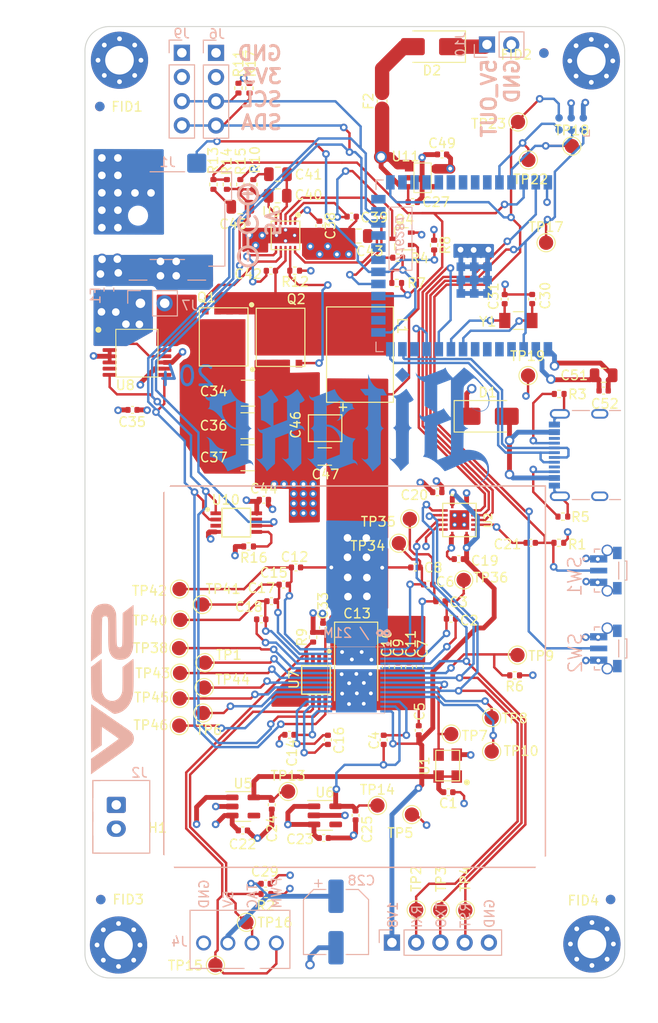
<source format=kicad_pcb>
(kicad_pcb (version 20240108) (generator "pcbnew") (generator_version "8.0")
  (layers (0 "F.Cu" signal) (1 "In1.Cu" signal) (2 "In2.Cu" signal) (31 "B.Cu" signal) (34 "B.Paste" user) (35 "F.Paste" user) (36 "B.SilkS" user "B.Silkscreen") (37 "F.SilkS" user "F.Silkscreen") (38 "B.Mask" user) (39 "F.Mask" user) (44 "Edge.Cuts" user))
  (net 0 "")
  (net 1 "GND")
  (net 2 "/Power/VIN")
  (net 3 "/BM1366/1V8")
  (net 4 "/BM1366/INV_CLKO")
  (net 5 "/VDD")
  (net 6 "/ESP32/EN")
  (net 7 "/5V")
  (net 8 "/3V3")
  (net 9 "/TX")
  (net 10 "/RX")
  (net 11 "/BM1366/VDD3_0")
  (net 12 "/BM1366/VDD2_0")
  (net 13 "/RST")
  (net 14 "/BM1366/PIN_MODE")
  (net 15 "/Fan/FAN_TACH")
  (net 16 "/SCL")
  (net 17 "/Fan/FAN_PWM")
  (net 18 "/Power/OUT0")
  (net 19 "/Power/SW")
  (net 20 "/BM1366/0V8")
  (net 21 "/BM1366/VDD1_0")
  (net 22 "/BM1366/VDD1_1")
  (net 23 "/BM1366/VDD2_1")
  (net 24 "/BM1366/VDD3_1")
  (net 25 "Net-(Q4-D)")
  (net 26 "Net-(U9-COMP)")
  (net 27 "Net-(U9-BOOT)")
  (net 28 "Net-(C41-Pad2)")
  (net 29 "Net-(U9-BP)")
  (net 30 "/BM1366/CI")
  (net 31 "Net-(C45-Pad1)")
  (net 32 "/BM1366/RO")
  (net 33 "/BM1366/RST_N")
  (net 34 "Net-(Q1-G)")
  (net 35 "Net-(Q2-G)")
  (net 36 "/BM1366/RI")
  (net 37 "Net-(U10-FS0)")
  (net 38 "Net-(U12-GPIO19{slash}U1RTS{slash}ADC2_CH8{slash}CLK_OUT2{slash}USB_D-)")
  (net 39 "Net-(U12-GPIO20{slash}U1CTS{slash}ADC2_CH9{slash}CLK_OUT1{slash}USB_D+)")
  (net 44 "/BM1366/CLKI")
  (net 45 "/BM1366/NRSTO")
  (net 46 "/BM1366/BO")
  (net 47 "/BM1366/CLKO")
  (net 48 "/BM1366/CO")
  (net 49 "/ESP32/P_TX")
  (net 50 "/ESP32/P_RX")
  (net 51 "/ESP32/IO0")
  (net 52 "/ESP32/XIN32")
  (net 54 "/BM1366/ADDR0")
  (net 55 "/ESP32/XOUT32")
  (net 56 "/Power/PGOOD")
  (net 60 "/Power/OUT1")
  (net 62 "/ESP32/PWR_EN")
  (net 64 "/SDA")
  (net 78 "/BM1366/BI")
  (net 79 "/PLUG_SENSE")
  (net 80 "/BM1366/ADDR1")
  (net 81 "Net-(D1-Pad2)")
  (net 87 "Net-(J8-CC1)")
  (net 88 "Net-(J8-CC2)")
  (net 92 "Net-(U14-VDDIO_18_1)")
  (net 93 "Net-(U14-VDDIO_08_1)")
  (net 94 "Net-(D2-Pad2)")
  (net 95 "/ESP32/5V_OUT")
  (net 96 "/Power/VIN_FUSED")
  (footprint "Capacitor_SMD:C_0805_2012Metric" (layer "F.Cu") (at 105.864 69.487 180)
    (property "Reference" "C43")
    (property "Value" "10uF")
  )
  (footprint "Capacitor_SMD:C_0402_1005Metric" (layer "F.Cu") (at 116.356 103.365 180)
    (property "Reference" "C19")
    (property "Value" "0.1uF")
  )
  (footprint "Diode_SMD:D_SMA" (layer "F.Cu") (at 119.38 88.392)
    (property "Reference" "D1")
    (property "Value" "SS310")
  )
  (footprint "Package_SO:TSSOP-16_4.4x5mm_P0.65mm" (layer "F.Cu") (at 82.64 81.77)
    (property "Reference" "U8")
    (property "Value" "INA260")
  )
  (footprint "Capacitor_SMD:C_0402_1005Metric" (layer "F.Cu") (at 112.268 114.6556 -90)
    (property "Reference" "C7")
    (property "Value" "0.1uF")
  )
  (footprint "Resistor_SMD:R_0402_1005Metric" (layer "F.Cu") (at 94.42 53.99 90)
    (property "Reference" "R17")
    (property "Value" "4.7k")
  )
  (footprint "Fiducial:Fiducial_1mm_Mask2mm" (layer "F.Cu") (at 125.2728 50.292)
    (property "Reference" "FID2")
    (property "Value" "Fiducial")
  )
  (footprint "Fiducial:Fiducial_1mm_Mask2mm" (layer "F.Cu") (at 132.2578 139.065)
    (property "Reference" "FID4")
    (property "Value" "Fiducial")
  )
  (footprint "Resistor_SMD:R_0402_1005Metric" (layer "F.Cu") (at 90.6496 64.079 -90)
    (property "Reference" "R13")
    (property "Value" "1.33k")
  )
  (footprint "Fiducial:Fiducial_1mm_Mask2mm" (layer "F.Cu") (at 78.8416 139.065)
    (property "Reference" "FID3")
    (property "Value" "Fiducial")
  )
  (footprint "Resistor_SMD:R_0402_1005Metric" (layer "F.Cu") (at 122.207 115.554 180)
    (property "Reference" "R6")
    (property "Value" "10k")
  )
  (footprint "Capacitor_SMD:C_0402_1005Metric" (layer "F.Cu") (at 115.25 127.81 180)
    (property "Reference" "C1")
    (property "Value" "0.1uF")
  )
  (footprint "TestPoint:TestPoint_Pad_D1.5mm" (layer "F.Cu") (at 87.0458 112.6998)
    (property "Reference" "TP38")
    (property "Value" "TestPoint")
  )
  (footprint "Package_TO_SOT_SMD:SOT-323_SC-70" (layer "F.Cu") (at 110.37 69.78 180)
    (property "Reference" "Q4")
    (property "Value" "2N7002K")
  )
  (footprint "Capacitor_SMD:C_0805_2012Metric" (layer "F.Cu") (at 97.4054 63.0058 180)
    (property "Reference" "C41")
    (property "Value" "1.5nF")
  )
  (footprint "TestPoint:TestPoint_Pad_D1.5mm" (layer "F.Cu") (at 123.61 84.12)
    (property "Reference" "TP19")
    (property "Value" "TestPoint")
  )
  (footprint "Resistor_SMD:R_0402_1005Metric" (layer "F.Cu") (at 113.77 70.44 -90)
    (property "Reference" "R8")
    (property "Value" "1M")
  )
  (footprint "Capacitor_SMD:C_0402_1005Metric" (layer "F.Cu") (at 114.44 107.79 180)
    (property "Reference" "C3")
    (property "Value" "1uF")
  )
  (footprint "MountingHole:MountingHole_3.5mm" (layer "F.Cu") (at 84.71 94.91)
    (property "Reference" "H6" (hide yes))
    (property "Value" "MountingHole")
  )
  (footprint "Resistor_SMD:R_0402_1005Metric" (layer "F.Cu") (at 127.254 98.91 180)
    (property "Reference" "R5")
    (property "Value" "5.1k")
  )
  (footprint "Capacitor_SMD:C_0402_1005Metric" (layer "F.Cu") (at 101.75 68.41 -90)
    (property "Reference" "C38")
    (property "Value" "1uF")
  )
  (footprint "TestPoint:TestPoint_Pad_D1.5mm" (layer "F.Cu") (at 111.225 99.15)
    (property "Reference" "TP35")
    (property "Value" "TestPoint")
  )
  (footprint "TestPoint:TestPoint_Pad_D1.5mm" (layer "F.Cu") (at 111.44 130.16)
    (property "Reference" "TP5")
    (property "Value" "TestPoint")
  )
  (footprint "Capacitor_SMD:C_0402_1005Metric" (layer "F.Cu") (at 105.54 130.24 -90)
    (property "Reference" "C25")
    (property "Value" "1uF")
  )
  (footprint "Capacitor_SMD:C_0805_2012Metric" (layer "F.Cu") (at 93.472 66.42)
    (property "Reference" "C45")
    (property "Value" "470pF")
  )
  (footprint "bitaxe:SC32S-7PF20PPM" (layer "F.Cu") (at 122.595 78.349 180)
    (property "Reference" "Y1")
    (property "Value" "32.768kHz")
  )
  (footprint "TestPoint:TestPoint_Pad_D1.5mm" (layer "F.Cu") (at 94.107 141.4526)
    (property "Reference" "TP16")
    (property "Value" "TestPoint")
  )
  (footprint "TestPoint:TestPoint_Pad_D1.5mm" (layer "F.Cu") (at 90.8558 145.9484)
    (property "Reference" "TP15")
    (property "Value" "TestPoint")
  )
  (footprint "Package_TO_SOT_SMD:SOT-23-5" (layer "F.Cu") (at 93.753 129.308)
    (property "Reference" "U5")
    (property "Value" "MCP1824T-1802E")
  )
  (footprint "MountingHole:MountingHole_3.5mm" (layer "F.Cu") (at 84.79 136.04)
    (property "Reference" "H1")
    (property "Value" "MountingHole")
  )
  (footprint "Capacitor_SMD:C_0805_2012Metric" (layer "F.Cu") (at 131.53 84.09)
    (property "Reference" "C51")
    (property "Value" "10uF")
  )
  (footprint "TestPoint:TestPoint_Pad_D1.5mm" (layer "F.Cu") (at 119.8 119.99)
    (property "Reference" "TP8")
    (property "Value" "TestPoint")
  )
  (footprint "TestPoint:TestPoint_Pad_D1.5mm" (layer "F.Cu") (at 122.556 57.528)
    (property "Reference" "TP23")
    (property "Value" "TestPoint")
  )
  (footprint "Diode_SMD:D_SMA" (layer "F.Cu") (at 113.54 49.63 180)
    (property "Reference" "D2")
    (property "Value" "SS310")
  )
  (footprint "Package_TO_SOT_SMD:SOT-23-5" (layer "F.Cu") (at 102.32 130.24)
    (property "Reference" "U6")
    (property "Value" "MCP1824T-0802E")
  )
  (footprint "MountingHole:MountingHole_3.5mm" (layer "F.Cu") (at 125.82 136)
    (property "Reference" "H5" (hide yes))
    (property "Value" "MountingHole")
  )
  (footprint "TestPoint:TestPoint_Pad_D1.5mm" (layer "F.Cu") (at 89.7636 114.2238)
    (property "Reference" "TP1")
    (property "Value" "TestPoint")
  )
  (footprint "Capacitor_SMD:C_0402_1005Metric" (layer "F.Cu") (at 108.485 122.318 90)
    (property "Reference" "C4")
    (property "Value" "1uF")
  )
  (footprint "TestPoint:TestPoint_Pad_D1.5mm" (layer "F.Cu") (at 87.1474 115.316)
    (property "Reference" "TP43")
    (property "Value" "TestPoint")
  )
  (footprint "Package_SO:TSSOP-8_3x3mm_P0.65mm" (layer "F.Cu") (at 101.3968 116.0272 -90)
    (property "Reference" "U7")
    (property "Value" "EMC2101")
  )
  (footprint "Capacitor_SMD:C_0402_1005Metric" (layer "F.Cu") (at 99.3 104.24 180)
    (property "Reference" "C12")
    (property "Value" "1uF")
  )
  (footprint "Capacitor_SMD:C_0402_1005Metric" (layer "F.Cu") (at 131.53 85.7)
    (property "Reference" "C52")
    (property "Value" "0.1uF")
  )
  (footprint "Resistor_SMD:R_0402_1005Metric" (layer "F.Cu") (at 126.837 101.658 180)
    (property "Reference" "R1")
    (property "Value" "10k")
  )
  (footprint "MountingHole:MountingHole_3mm_Pad_Via" (layer "F.Cu") (at 130.23501 51.12099)
    (property "Reference" "H7")
    (property "Value" "MountingHole_Pad")
  )
  (footprint "Capacitor_SMD:C_0402_1005Metric" (layer "F.Cu") (at 124.043 76.096 90)
    (property "Reference" "C30")
    (property "Value" "6.8pF")
  )
  (footprint "Fiducial:Fiducial_1mm_Mask2mm" (layer "F.Cu") (at 78.74 55.9054)
    (property "Reference" "FID1")
    (property "Value" "Fiducial")
  )
  (footprint "bitaxe:TXB0104" (layer "F.Cu") (at 116.422 99.265 -90)
    (property "Reference" "U2")
    (property "Value" "TXB0104RGYR")
  )
  (footprint "Resistor_SMD:R_0402_1005Metric" (layer "F.Cu") (at 93.27 53.98 90)
    (property "Reference" "R11")
    (property "Value" "4.7k")
  )
  (footprint "Resistor_SMD:R_0402_1005Metric" (layer "F.Cu") (at 94.8288 64.0836 -90)
    (property "Reference" "R10")
    (property "Value" "3.83k")
  )
  (footprint "TestPoint:TestPoint_Pad_D1.5mm" (layer "F.Cu") (at 87.1 106.51)
    (property "Reference" "TP42")
    (property "Value" "TestPoint")
  )
  (footprint "TestPoint:TestPoint_Pad_D1.5mm" (layer "F.Cu") (at 125.5 70.19)
    (property "Reference" "TP17")
    (property "Value" "TestPoint")
  )
  (footprint "bitaxe:FP1005R1-R15-R" (layer "F.Cu") (at 106.0006 81.9214 -90)
    (property "Reference" "L1")
    (property "Value" "150nH")
  )
  (footprint "Resistor_SMD:R_0402_1005Metric" (layer "F.Cu") (at 93.465 64.079 90)
    (property "Reference" "R15")
    (property "Value" "3.32k")
  )
  (footprint "Capacitor_SMD:C_0402_1005Metric" (layer "F.Cu") (at 98.01 106.04 180)
    (property "Reference" "C15")
    (property "Value" "1uF")
  )
  (footprint "Resistor_SMD:R_0402_1005Metric" (layer "F.Cu") (at 94.33 102.04 180)
    (property "Reference" "R16")
    (property "Value" "80.6k")
  )
  (footprint "MountingHole:MountingHole_3mm_Pad_Via" (layer "F.Cu") (at 130.302 143.728)
    (property "Reference" "H9")
    (property "Value" "MountingHole_Pad")
  )
  (footprint "Capacitor_SMD:C_0402_1005Metric" (layer "F.Cu") (at 102.646 122.318 90)
    (property "Reference" "C16")
    (property "Value" "1uF")
  )
  (footprint "Capacitor_SMD:C_0402_1005Metric" (layer "F.Cu") (at 114.6 60.93 180)
    (property "Reference" "C49")
    (property "Value" "1uF")
  )
  (footprint "Capacitor_SMD:C_0402_1005Metric" (layer "F.Cu") (at 95.659 109.681 180)
    (property "Reference" "C18")
    (property "Value" "1uF")
  )
  (footprint "TestPoint:TestPoint_Pad_D1.5mm" (layer "F.Cu") (at 128.2 60.06)
    (property "Reference" "TP18")
    (property "Value" "TestPoint")
  )
  (footprint "Capacitor_SMD:C_0805_2012Metric" (layer "F.Cu") (at 97.383 65.268 180)
    (property "Reference" "C40")
    (property "Value" "180pF")
  )
  (footprint "Package_SO:TSSOP-8_3x3mm_P0.65mm" (layer "F.Cu") (at 93.04 99.54)
    (property "Reference" "U10")
    (property "Value" "DS4432U+")
  )
  (footprint "TestPoint:TestPoint_Pad_D1.5mm" (layer "F.Cu") (at 116.87 105.55)
    (property "Reference" "TP36")
    (property "Value" "TestPoint")
  )
  (footprint "Capacitor_SMD:C_0402_1005Metric" (layer "F.Cu") (at 105.13 67.45)
    (property "Reference" "C39")
    (property "Value" "3.3nF")
  )
  (footprint "TestPoint:TestPoint_Pad_D1.5mm" (layer "F.Cu") (at 89.6874 116.84)
    (property "Reference" "TP44")
    (property "Value" "TestPoint")
  )
  (footprint "MountingHole:MountingHole_3mm_Pad_Via" (layer "F.Cu") (at 80.70501 143.83099)
    (property "Reference" "H10")
    (property "Value" "MountingHole_Pad")
  )
  (footprint "Capacitor_SMD:C_0402_1005Metric" (layer "F.Cu") (at 121.159 76.105 90)
    (property "Reference" "C31")
    (property "Value" "6.8pF")
  )
  (footprint "Capacitor_SMD:C_0402_1005Metric" (layer "F.Cu") (at 82.17 87.72 180)
    (property "Reference" "C35")
    (property "Value" "1uF")
  )
  (footprint "Capacitor_SMD:C_0402_1005Metric" (layer "F.Cu") (at 108.712 114.681 -90)
    (property "Reference" "C10")
    (property "Value" "1uF")
  )
  (footprint "Capacitor_SMD:C_0402_1005Metric" (layer "F.Cu") (at 111.1504 114.7064 -90)
    (property "Reference" "C11")
    (property "Value" "1uF")
  )
  (footprint "Resistor_SMD:R_0402_1005Metric" (layer "F.Cu") (at 92.0573 64.079 -90)
    (property "Reference" "R14")
    (property "Value" "4.99k")
  )
  (footprint "Capacitor_SMD:C_0402_1005Metric" (layer "F.Cu") (at 98.612 121.788 180)
    (property "Reference" "C14")
    (property "Value" "1uF")
  )
  (footprint "Capacitor_Tantalum_SMD:CP_EIA-7343-31_Kemet-D_Pad2.25x2.55mm_HandSolder" (layer "F.Cu") (at 105.6 114.56 -90)
    (property "Reference" "C13")
    (property "Value" "330uF")
  )
  (footprint "bitaxe:CSD17311Q5" (layer "F.Cu") (at 97.6816 80.1102 -90)
    (property "Reference" "Q2")
    (property "Value" "CSD17311Q5")
  )
  (footprint "Capacitor_SMD:C_0402_1005Metric" (layer "F.Cu") (at 102.1334 110.5662 90)
    (property "Reference" "C33")
    (property "Value" "0.1uF")
  )
  (footprint "Resistor_SMD:R_0402_1005Metric" (layer "F.Cu") (at 96.15 138.48)
    (property "Reference" "R2")
    (property "Value" "5.6k")
  )
  (footprint "TestPoint:TestPoint_Pad_D1.5mm" (layer "F.Cu") (at 114.41 140.15)
    (property "Reference" "TP3")
    (property "Value" "TestPoint")
  )
  (footprint "TestPoint:TestPoint_Pad_D1.5mm" (layer "F.Cu") (at 89.5 108.13)
    (property "Reference" "TP41")
    (property "Value" "TestPoint")
  )
  (footprint "Capacitor_SMD:C_0402_1005Metric" (layer "F.Cu") (at 95.93 97.14)
    (property "Reference" "C44")
    (property "Value" "1uF")
  )
  (footprint "bitaxe:TPS40305" (layer "F.Cu") (at 98.201691 69.4222 -90)
    (property "Reference" "U9")
    (property "Value" "TPS40305")
  )
  (footprint "TestPoint:TestPoint_Pad_D1.5mm" (layer "F.Cu") (at 110.075 101.7)
    (property "Reference" "TP34")
    (property "Value" "TestPoint")
  )
  (footprint "TestPoint:TestPoint_Pad_D1.5mm" (layer "F.Cu") (at 87.0712 120.8278)
    (property "Reference" "TP46")
    (property "Value" "TestPoint")
  )
  (footprint "MountingHole:MountingHole_3mm_Pad_Via" (layer "F.Cu") (at 80.808 51.054)
    (property "Reference" "H8" (hide yes))
    (property "Value" "MountingHole_Pad")
  )
  (footprint "Capacitor_SMD:C_0402_1005Metric" (layer "F.Cu") (at 93.733 131.818)
    (property "Reference" "C22")
    (property "Value" "1uF")
  )
  (footprint "TestPoint:TestPoint_Pad_D1.5mm" (layer "F.Cu") (at 119.8 123.54)
    (property "Reference" "TP10")
    (property "Value" "TestPoint")
  )
  (footprint "Capacitor_SMD:C_0402_1005Metric" (layer "F.Cu") (at 123.89 101.66 180)
    (property "Reference" "C21")
    (property "Value" "1uF")
  )
  (footprint "Capacitor_SMD:C_0402_1005Metric" (layer "F.Cu") (at 113.14 106.03 180)
    (property "Reference" "C6")
    (property "Value" "1uF")
  )
  (footprint "bitaxe:CAP_2R5TPE220MAFB" (layer "F.Cu") (at 102.3516 89.6402 180)
    (property "Reference" "C46")
    (property "Value" "220uF")
  )
  (footprint "bitaxe:CSD17311Q5" (layer "F.Cu") (at 91.719887 80.066364 90)
    (property "Reference" "Q1")
    (property "Value" "CSD17311Q5")
  )
  (footprint "Capacitor_SMD:C_0402_1005Metric" (layer "F.Cu") (at 96.6698 73.128)
    (property "Reference" "C42")
    (property "Value" "0.1uF")
  )
  (footprint "TestPoint:TestPoint_Pad_D1.5mm" (layer "F.Cu") (at 115.56 121.71)
    (property "Reference" "TP7")
    (property "Value" "TestPoint")
  )
  (footprint "Capacitor_SMD:C_1210_3225Metric" (layer "F.Cu") (at 94.2816 85.9702)
    (property "Reference" "C34")
    (property "Value" "47uF")
  )
  (footprint "TestPoint:TestPoint_Pad_D1.5mm" (layer "F.Cu") (at 87.18 109.74)
    (property "Reference" "TP40")
    (property "Value" "TestPoint")
  )
  (footprint "TestPoint:TestPoint_Pad_D1.5mm" (layer "F.Cu") (at 117.04 140.19 90)
    (property "Reference" "TP4")
    (property "Value" "TestPoint")
  )
  (footprint "bitaxe:O 25,0-JO32-B-1V3-1-T1-LF" (layer "F.Cu") (at 115.19 125.02 90)
    (property "Reference" "U1")
    (property "Value" "25MHz")
  )
  (footprint "TestPoint:TestPoint_Pad_D1.5mm" (layer "F.Cu") (at 98.473 127.736)
    (property "Reference" "TP13")
    (property "Value" "TestPoint")
  )
  (footprint "Resistor_SMD:R_0402_1005Metric" (layer "F.Cu") (at 99.1602 73.1234)
    (property "Reference" "R12")
    (property "Value" "4.12k")
  )
  (footprint "Resistor_SMD:R_0402_1005Metric" (layer "F.Cu") (at 109.955 71.76 180)
    (property "Reference" "R4")
    (property "Value" "10k")
  )
  (footprint "Capacitor_SMD:C_0402_1005Metric" (layer "F.Cu") (at 115.54 109.624 180)
    (property "Reference" "C2")
    (property "Value" "1uF")
  )
  (footprint "Resistor_SMD:R_0402_1005Metric" (layer "F.Cu") (at 109.85 74.41)
    (property "Reference" "R7")
    (property "Value" "10k")
  )
  (footprint "Fuse:Fuse_0603_1608Metric" (layer "F.Cu") (at 108.32 55.3475 90)
    (property "Reference" "F2")
    (property "Value" "5v 1A")
  )
  (footprint "Capacitor_SMD:C_0402_1005Metric" (layer "F.Cu") (at 102.21 132.61)
    (property "Reference" "C23")
    (property "Value" "1uF")
  )
  (footprint "TestPoint:TestPoint_Pad_D1.5mm" (layer "F.Cu") (at 89.5604 119.507)
    (property "Reference" "TP6")
    (property "Value" "TestPoint")
  )
  (footprint "Capacitor_SMD:C_0402_1005Metric" (layer "F.Cu") (at 112.16 121.32 90)
    (property "Reference" "C5")
    (property "Value" "1uF")
  )
  (footprint "TestPoint:TestPoint_Pad_D1.5mm" (layer "F.Cu") (at 122.5 113.43)
    (property "Reference" "TP9")
    (property "Value" "TestPoint")
  )
  (footprint "Resistor_SMD:R_0402_1005Metric" (layer "F.Cu") (at 101.092 111.5568 90)
    (property "Reference" "R9")
    (property "Value" "10k")
  )
  (footprint "Capacitor_SMD:C_0402_1005Metric" (layer "F.Cu") (at 96.73 107.78 180)
    (property "Reference" "C17")
    (property "Value" "1uF")
  )
  (footprint "Capacitor_SMD:C_0402_1005Metric" (layer "F.Cu") (at 111.81 104.24 180)
    (property "Reference" "C8")
    (property "Value" "1uF")
  )
  (footprint "Capacitor_SMD:C_0402_1005Metric" (layer "F.Cu") (at 96.12 137.41)
    (property "Reference" "C29")
    (property "Value" "0.1uF")
  )
  (footprint "TestPoint:TestPoint_Pad_D1.5mm" (layer "F.Cu") (at 107.83 129.2)
    (property "Reference" "TP14")
    (property "Value" "TestPoint")
  )
  (footprint "TestPoint:TestPoint_Pad_D1.5mm" (layer "F.Cu") (at 87.122 117.983)
    (property "Reference" "TP45")
    (property "Value" "TestPoint")
  )
  (footprint "Resistor_SMD:R_0402_1005Metric" (layer "F.Cu") (at 126.872 86.047 180)
    (property "Reference" "R3")
    (property "Value" "5.1k")
  )
  (footprint "Capacitor_SMD:C_0402_1005Metric" (layer "F.Cu") (at 111.531 65.931)
    (property "Reference" "C27")
    (property "Value" "1uF")
  )
  (footprint "TestPoint:TestPoint_Pad_D1.5mm" (layer "F.Cu") (at 123.64 61.51)
    (property "Reference" "TP22")
    (property "Value" "TestPoint")
  )
  (footprint "TestPoint:TestPoint_Pad_D1.5mm" (layer "F.Cu") (at 111.89 140.15)
    (property "Reference" "TP2")
    (property "Value" "TestPoint")
  )
  (footprint "Capacitor_SMD:C_0402_1005Metric" (layer "F.Cu") (at 114.102 96.355 180)
    (property "Reference" "C20")
    (property "Value" "0.1uF")
  )
  (footprint "Capacitor_SMD:C_1206_3216Metric" (layer "F.Cu") (at 102.3116 92.6102 180)
    (property "Reference" "C47")
    (property "Value" "100uF")
  )
  (footprint "Capacitor_SMD:C_0402_1005Metric" (layer "F.Cu") (at 96.763 129.118 -90)
    (property "Reference" "C24")
    (property "Value" "1uF")
  )
  (footprint "Capacitor_SMD:C_1210_3225Metric" (layer "F.Cu") (at 94.2416 89.3802)
    (property "Reference" "C36")
    (property "Value" "47uF")
  )
  (footprint "Capacitor_SMD:C_0402_1005Metric" (layer "F.Cu") (at 109.982 114.71 -90)
    (property "Reference" "C9")
    (property "Value" "0.1uF")
  )
  (footprint "bitaxe:RT9080-33GJ5" (layer "F.Cu") (at 112.563 63.38)
    (property "Reference" "U11")
    (property "Value" "RT9080-33GJ5")
  )
  (footprint "Capacitor_SMD:C_1210_3225Metric" (layer "F.Cu") (at 94.2416 92.7402)
    (property "Reference" "C37")
    (property "Value" "47uF")
  )
  (footprint "bitaxe:470531000" (layer "B.Cu") (at 89.621 143.622)
    (property "Reference" "J4")
    (property "Value" "Conn_01x04")
  )
  (footprint "Connector_PinSocket_2.54mm:PinSocket_1x04_P2.54mm_Vertical" (layer "B.Cu") (at 87.34 50.27 180)
    (property "Reference" "J9")
    (property "Value" "Conn_01x04")
  )
  (footprint "Fiducial:Fiducial_1mm_Mask2mm" (layer "B.Cu") (at 132.26 139.06 180)
    (property "Reference" "FID7" (hide yes))
    (property "Value" "Fiducial")
  )
  (footprint "Connector_PinHeader_2.54mm:PinHeader_1x02_P2.54mm_Vertical" (layer "B.Cu") (at 83 76.54 -90)
    (property "Reference" "J7")
    (property "Value" "Conn_01x02")
  )
  (footprint "Connector_PinSocket_2.54mm:PinSocket_1x04_P2.54mm_Vertical" (layer "B.Cu") (at 90.92 50.28 180)
    (property "Reference" "J6")
    (property "Value" "Conn_01x04")
  )
  (footprint "Connector_PinHeader_2.54mm:PinHeader_1x05_P2.54mm_Vertical" (layer "B.Cu") (at 109.35 143.58 -90)
    (property "Reference" "J3" (hide yes))
    (property "Value" "Conn_01x05")
  )
  (footprint "Connector_USB:USB_C_Receptacle_GCT_USB4105-xx-A_16P_TopMnt_Horizontal" (layer "B.Cu") (at 130.048 92.456 -90)
    (property "Reference" "J8" (hide yes))
    (property "Value" "USB_C_Receptacle_USB2.0")
  )
  (footprint "bitaxe:ESP32-S3-WROOM-1" (layer "B.Cu") (at 117.43 72.61 90)
    (property "Reference" "U12" (hide yes))
    (property "Value" "ESP32-S3-WROOM-1")
  )
  (footprint "bitaxe:Tag-Connect_TC2030-IDC-NL_2x03_P1.27mm_Vertical" (layer "B.Cu") (at 128.13 57.73 180)
    (property "Reference" "J5" (hide yes))
    (property "Value" "TC2030-IDC")
  )
  (footprint "bitaxe:logo" (layer "B.Cu") (at 105.131305 89.685804 180)
    (property "Reference" "G***" (hide yes))
    (property "Value" "LOGO" (hide yes))
  )
  (footprint "Connector_PinSocket_2.54mm:PinSocket_1x02_P2.54mm_Vertical" (layer "B.Cu") (at 119.31 49.41 -90)
    (property "Reference" "J10")
    (property "Value" "Conn_01x02")
  )
  (footprint "bitaxe:logo-fcu" (layer "B.Cu") (at 105.131305 89.685804 180)
    (property "Reference" "G***" (hide yes))
    (property "Value" "LOGO" (hide yes))
  )
  (footprint "Fiducial:Fiducial_1mm_Mask2mm" (layer "B.Cu") (at 78.85 139.07 180)
    (property "Reference" "FID8" (hide yes))
    (property "Value" "Fiducial")
  )
  (footprint "LOGO" (layer "B.Cu") (at 80.089513 117.001796 90)
    (property "Reference" "G***" (hide yes))
    (property "Value" "LOGO" (hide yes))
  )
  (footprint "bitaxe:BM1366" (layer "B.Cu") (at 105.612 116.068 180)
    (property "Reference" "U14" (hide yes))
    (property "Value" "BM1366_mode1")
  )
  (footprint "Capacitor_SMD:CP_Elec_6.3x7.7" (layer "B.Cu") (at 103.49 141.42 -90)
    (property "Reference" "C28")
    (property "Value" "220uF")
  )
  (footprint "bitaxe:BarrelJack_Wuerth_694106106102_2.0x5.5mm" (layer "B.Cu") (at 85.825 67.35 90)
    (property "Reference" "J1")
    (property "Value" "54-00164")
  )
  (footprint "bitaxe:SW_TL3340AF160QG" (layer "B.Cu") (at 131.91 104.57 -90)
    (property "Reference" "SW1")
    (property "Value" "GT-TC029B-H025-L1N")
  )
  (footprint "Fuse:Fuse_0603_1608Metric" (layer "B.Cu") (at 79.7 75.1125 -90)
    (property "Reference" "F1")
    (property "Value" "5v 5a")
  )
  (footprint "bitaxe:polarity" (layer "B.Cu") (at 94.265 68.155 90)
    (property "Reference" "U3" (hide yes))
    (property "Value" "~")
  )
  (footprint "Fiducial:Fiducial_1mm_Mask2mm" (layer "B.Cu") (at 125.27 50.31 180)
    (property "Reference" "FID5" (hide yes))
    (property "Value" "Fiducial")
  )
  (footprint "bitaxe:JST_XH_B2B-XH-A_1x02_P2.50mm_Vertical" (layer "B.Cu") (at 80.47 129.14 -90)
    (property "Reference" "J2")
    (property "Value" "Conn_01x02")
  )
  (footprint "bitaxe:SW_TL3340AF160QG" (layer "B.Cu") (at 131.91 112.735 -90)
    (property "Reference" "SW2")
    (property "Value" "GT-TC029B-H025-L1N")
  )
  (footprint "Fiducial:Fiducial_1mm_Mask2mm" (layer "B.Cu") (at 78.75 55.9 180)
    (property "Reference" "FID6" (hide yes))
    (property "Value" "Fiducial")
  )
  (gr_rect (start 85.45 95.7) (end 125.43 135.69) (stroke (width 0.15)) (fill none) (layer "B.SilkS"))
  (gr_line (start 79.729 47.522) (end 131.192 47.522) (stroke (width 0.1)) (layer "Edge.Cuts"))
  (gr_arc (start 133.732 144.744) (mid 132.988051 146.540051) (end 131.192 147.284) (stroke (width 0.1)) (layer "Edge.Cuts"))
  (gr_arc (start 131.192 47.522) (mid 132.988051 48.265949) (end 133.732 50.062) (stroke (width 0.1)) (layer "Edge.Cuts"))
  (gr_arc (start 77.189 50.062) (mid 77.932949 48.265949) (end 79.729 47.522) (stroke (width 0.1)) (layer "Edge.Cuts"))
  (gr_line (start 131.192 147.284) (end 79.729 147.284) (stroke (width 0.1)) (layer "Edge.Cuts"))
  (gr_line (start 133.732 50.062) (end 133.732 144.744) (stroke (width 0.1)) (layer "Edge.Cuts"))
  (gr_arc (start 79.729 147.284) (mid 77.932949 146.540051) (end 77.189 144.744) (stroke (width 0.1)) (layer "Edge.Cuts"))
  (gr_line (start 77.189 144.744) (end 77.189 50.062) (stroke (width 0.1)) (layer "Edge.Cuts"))
  (gr_text "204" (at 90.95 85.35 0) (layer "B.Cu") (effects (font (size 2 2) (thickness 0.3)) (justify left bottom mirror)))
  (gr_text "5V_OUT\nGND\n\n" (at 125.23 50.77 90) (layer "B.SilkS") (effects (font (size 1.5 1.5) (thickness 0.3) (bold yes)) (justify left bottom mirror)))
  (gr_text "RST" (at 117.0475 140.699666 90) (layer "B.SilkS") (effects (font (size 1 1)) (justify mirror)))
  (gr_text "5V" (at 92.209 139.018 90) (layer "B.SilkS") (effects (font (size 1 1)) (justify mirror)))
  (gr_text "1V8" (at 109.45 140.675857 90) (layer "B.SilkS") (effects (font (size 1 1)) (justify mirror)))
  (gr_text "/ 21M" (at 104.55 111.11 0) (layer "B.SilkS") (effects (font (size 1 1)) (justify mirror)))
  (gr_text "∞" (at 108.47 110.96 0) (layer "B.SilkS") (effects (font (size 2 2) (thickness 0.25)) (justify mirror)))
  (gr_text "5V" (at 95.925 69.675 -90) (layer "B.SilkS") (effects (font (size 1.5 1.5) (thickness 0.3) (bold yes)) (justify left bottom mirror)))
  (gr_text "RXI" (at 111.9825 140.842524 90) (layer "B.SilkS") (effects (font (size 1 1)) (justify mirror)))
  (gr_text "PWM" (at 97.265 138.363 90) (layer "B.SilkS") (effects (font (size 1 1)) (justify mirror)))
  (gr_text "GND" (at 119.58 140.533 90) (layer "B.SilkS") (effects (font (size 1 1)) (justify mirror)))
  (gr_text "TXO" (at 114.515 140.675857 90) (layer "B.SilkS") (effects (font (size 1 1)) (justify mirror)))
  (gr_text "GND\n3V3\nSCL\nSDA" (at 97.98 58.45 0) (layer "B.SilkS") (effects (font (size 1.5 1.5) (thickness 0.3) (bold yes)) (justify left bottom mirror)))
  (gr_text "TAC" (at 94.7325 138.696333 90) (layer "B.SilkS") (effects (font (size 1 1)) (justify mirror)))
  (gr_text "GND" (at 89.6675 138.482048 90) (layer "B.SilkS") (effects (font (size 1 1)) (justify mirror)))
  (gr_text_box "716281" (start 109.05 66.4575) (end 111.45 73.0825) (angle -90) (layer "B.SilkS") (effects (font (size 1 1) (thickness 0.1) (italic yes)) (justify top mirror)) (border yes) (stroke (width 0.1)))
  (segment (start 90.897 129.309) (end 90.898 129.308) (width 0.508) (layer "F.Cu") (net 1))
  (segment (start 112.513 63.759) (end 112.513 65.429) (width 0.508) (layer "F.Cu") (net 1))
  (segment (start 96.763 129.768) (end 96.763 131.278) (width 0.508) (layer "F.Cu") (net 1))
  (segment (start 112.513 65.429) (end 112.011 65.931) (width 0.508) (layer "F.Cu") (net 1))
  (segment (start 116.91 128.21) (end 116.91 128.99) (width 0.254) (layer "F.Cu") (net 1))
  (segment (start 118.107 99.765) (end 120.075 99.765) (width 0.254) (layer "F.Cu") (net 1))
  (segment (start 121.159 74.598) (end 121.21 74.547) (width 0.254) (layer "F.Cu") (net 1))
  (segment (start 90.89 100.515) (end 90.215 100.515) (width 0.508) (layer "F.Cu") (net 1))
  (segment (start 112.9225 101.108938) (end 114.266438 99.765) (width 0.254) (layer "F.Cu") (net 1))
  (segment (start 117.602 123.903) (end 117.569 123.87) (width 0.508) (layer "F.Cu") (net 1))
  (segment (start 111.88 130.16) (end 112.98 131.26) (width 0.254) (layer "F.Cu") (net 1))
  (segment (start 115.13 103.06) (end 115.13 102.6317) (width 0.254) (layer "F.Cu") (net 1))
  (segment (start 90.13 101.01989) (end 90.360055 101.249945) (width 0.508) (layer "F.Cu") (net 1))
  (segment (start 115.5737 102.188) (end 115.5737 101.0483) (width 0.508) (layer "F.Cu") (net 1))
  (segment (start 122.717 115.554) (end 124.094 115.554) (width 0.254) (layer "F.Cu") (net 1))
  (segment (start 102.86 132.61) (end 105.04 132.61) (width 0.508) (layer "F.Cu") (net 1))
  (segment (start 115.13 102.6317) (end 115.5737 102.188) (width 0.254) (layer "F.Cu") (net 1))
  (segment (start 95.179 111.194) (end 96.109 112.124) (width 0.254) (layer "F.Cu") (net 1))
  (segment (start 97.494 136.516) (end 96.6 137.41) (width 0.254) (layer "F.Cu") (net 1))
  (segment (start 112.16 118.803) (end 112.158 118.801) (width 0.254) (layer "F.Cu") (net 1))
  (segment (start 100.8426 73.1234) (end 100.8506 73.1314) (width 0.254) (layer "F.Cu") (net 1))
  (segment (start 104.914 68.586) (end 104.914 69.487) (width 0.254) (layer "F.Cu") (net 1))
  (segment (start 90.13 100.6) (end 90.13 101.01989) (width 0.508) (layer "F.Cu") (net 1))
  (segment (start 120.075 99.765) (end 120.31 100) (width 0.254) (layer "F.Cu") (net 1))
  (segment (start 110.856 121.838) (end 110.862 121.832) (width 0.254) (layer "F.Cu") (net 1))
  (segment (start 112.512 61.25) (end 112.812 60.95) (width 0.508) (layer "F.Cu") (net 1))
  (segment (start 116.02 109.624) (end 116.02 111.630284) (width 0.254) (layer "F.Cu") (net 1))
  (segment (start 127.382 87.697) (end 126.943 88.136) (width 0.254) (layer "F.Cu") (net 1))
  (segment (start 96.4 97.7) (end 96.84 98.14) (width 0.508) (layer "F.Cu") (net 1))
  (segment (start 101.242 122.727) (end 99.393 122.727) (width 0.254) (layer "F.Cu") (net 1))
  (segment (start 127.764 97.597) (end 126.943 96.776) (width 0.254) (layer "F.Cu") (net 1))
  (segment (start 96.4 97.31) (end 96.4 97.7) (width 0.508) (layer "F.Cu") (net 1))
  (segment (start 78.125 82.095) (end 78.09 82.06) (width 0.508) (layer "F.Cu") (net 1))
  (segment (start 95.461 132.62) (end 95.015 132.62) (width 0.508) (layer "F.Cu") (net 1))
  (segment (start 94.89 62.47) (end 94.564 62.47) (width 0.254) (layer "F.Cu") (net 1))
  (segment (start 115.9 127.81) (end 116.51 127.81) (width 0.254) (layer "F.Cu") (net 1))
  (segment (start 105.61 67.45) (end 105.61 67.89) (width 0.254) (layer "F.Cu") (net 1))
  (segment (start 80.66 87.76) (end 80.7 87.72) (width 0.508) (layer "F.Cu") (net 1))
  (segment (start 127.764 98.91) (end 127.764 97.597) (width 0.254) (layer "F.Cu") (net 1))
  (segment (start 126.38 83.11) (end 126.68 82.81) (width 0.508) (layer "F.Cu") (net 1))
  (segment (start 105.54 132.11) (end 105.54 130.89) (width 0.508) (layer "F.Cu") (net 1))
  (segment (start 117.569 123.87) (end 116.14 123.87) (width 0.508) (layer "F.Cu") (net 1))
  (segment (start 124.094 115.554) (end 124.109 115.539) (width 0.254) (layer "F.Cu") (net 1))
  (segment (start 96.783 131.298) (end 95.461 132.62) (width 0.508) (layer "F.Cu") (net 1))
  (segment (start 112.513 63.759) (end 112.513 61.251) (width 0.508) (layer "F.Cu") (net 1))
  (segment (start 92.94 102.96) (end 92.91 102.99) (width 0.508) (layer "F.Cu") (net 1))
  (segment (start 121.159 75.625) (end 121.159 74.598) (width 0.254) (layer "F.Cu") (net 1))
  (segment (start 102.131 121.838) (end 101.242 122.727) (width 0.254) (layer "F.Cu") (net 1))
  (segment (start 131.2 82.81) (end 132.48 84.09) (width 0.508) (layer "F.Cu") (net 1))
  (segment (start 112.9225 102.037) (end 112.9225 101.108938) (width 0.254) (layer "F.Cu") (net 1))
  (segment (start 101.1825 130.24) (end 104.43 130.24) (width 0.508) (layer "F.Cu") (net 1))
  (segment (start 105.04 132.61) (end 105.54 132.11) (width 0.508) (layer "F.Cu") (net 1))
  (segment (start 115.876 103.365) (end 115.435 103.365) (width 0.254) (layer "F.Cu") (net 1))
  (segment (start 80.7 87.72) (end 81.69 87.72) (width 0.508) (layer "F.Cu") (net 1))
  (segment (start 112.13 63.376) (end 111.18905 63.376) (width 0.508) (layer "F.Cu") (net 1))
  (segment (start 127.382 86.047) (end 127.382 87.697) (width 0.254) (layer "F.Cu") (net 1))
  (segment (start 112.24 69.13) (end 111.37 69.13) (width 0.254) (layer "F.Cu") (net 1))
  (segment (start 92.94 102.04) (end 92.94 102.96) (width 0.508) (layer "F.Cu") (net 1))
  (segment (start 115.435 103.365) (end 115.13 103.06) (width 0.254) (layer "F.Cu") (net 1))
  (segment (start 95.179 109.681) (end 95.179 111.194) (width 0.254) (layer "F.Cu") (net 1))
  (segment (start 116.02 111.630284) (end 115.099642 112.550642) (width 0.254) (layer "F.Cu") (net 1))
  (segment (start 97.551 122.045) (end 97.551 122.747) (width 0.254) (layer "F.Cu") (net 1))
  (segment (start 112.592 95.325) (end 113.622 96.355) (width 0.508) (layer "F.Cu") (net 1))
  (segment (start 115.5737 101.0483) (end 115.672 100.95) (width 0.508) (layer "F.Cu") (net 1))
  (segment (start 90.898 129.308) (end 92.6155 129.308) (width 0.508) (layer "F.Cu") (net 1))
  (segment (start 105.61 67.89) (end 104.914 68.586) (width 0.254) (layer "F.Cu") (net 1))
  (segment (start 95.015 132.62) (end 94.213 131.818) (width 0.508) (layer "F.Cu") (net 1))
  (segment (start 108.485 121.838) (end 110.856 121.838) (width 0.254) (layer "F.Cu") (net 1))
  (segment (start 123.41 101.66) (end 121.97 101.66) (width 0.254) (layer "F.Cu") (net 1))
  (segment (start 132.01 84.56) (end 132.01 85.7) (width 0.508) (layer "F.Cu") (net 1))
  (segment (start 102.0826 109.0676) (end 102.1334 109.1184) (width 0.508) (layer "F.Cu") (net 1))
  (segment (start 90.215 100.515) (end 90.13 100.6) (width 0.508) (layer "F.Cu") (net 1))
  (segment (start 97.808 121.788) (end 97.551 122.045) (width 0.254) (layer "F.Cu") (net 1))
  (segment (start 126.68 82.81) (end 131.2 82.81) (width 0.508) (layer "F.Cu") (net 1))
  (segment (start 94.564 62.47) (end 93.465 63.569) (width 0.254) (layer "F.Cu") (net 1))
  (segment (start 112.812 60.95) (end 114.1 60.95) (width 0.508) (layer "F.Cu") (net 1))
  (segment (start 112.318 95.325) (end 112.592 95.325) (width 0.508) (layer "F.Cu") (net 1))
  (segment (start 112.16 120.84) (end 112.16 118.803) (width 0.254) (layer "F.Cu") (net 1))
  (segment (start 79.7775 82.095) (end 78.125 82.095) (width 0.508) (layer "F.Cu") (net 1))
  (segment (start 116.51 127.81) (end 116.91 128.21) (width 0.254) (layer "F.Cu") (net 1))
  (segment (start 86.306158 82.745) (end 85.5025 82.745) (width 0.508) (layer "F.Cu") (net 1))
  (segment (start 112.513 61.251) (end 112.512 61.25) (width 0.508) (layer "F.Cu") (net 1))
  (segment (start 92.94 102.04) (end 93.82 102.04) (width 0.508) (layer "F.Cu") (net 1))
  (segment (start 99.6702 73.1234) (end 100.8426 73.1234) (width 0.254) (layer "F.Cu") (net 1))
  (segment (start 79.7775 81.445) (end 79.7775 82.095) (width 0.4) (layer "F.Cu") (net 1))
  (segment (start 87.414791 81.636367) (end 86.306158 82.745) (width 0.508) (layer "F.Cu") (net 1))
  (segment (start 96.763 131.278) (end 96.783 131.298) (width 0.508) (layer "F.Cu") (net 1))
  (segment (start 114.266438 99.765) (end 114.737 99.765) (width 0.254) (layer "F.Cu") (net 1))
  (segment (start 102.1334 109.1184) (end 102.1334 110.0862) (width 0.508) (layer "F.Cu") (net 1))
  (segment (start 98.682 136.516) (end 97.494 136.516) (width 0.254) (layer "F.Cu") (net 1))
  (segment (start 98.132 121.788) (end 97.808 121.788) (width 0.254) (layer "F.Cu") (net 1))
  (segment (start 112.46 69.35) (end 112.24 69.13) (width 0.254) (layer "F.Cu") (net 1))
  (segment (start 112.513 63.759) (end 112.13 63.376) (width 0.508) (layer "F.Cu") (net 1))
  (segment (start 79.7775 82.745) (end 79.7775 82.095) (width 0.4) (layer "F.Cu") (net 1))
  (segment (start 102.646 121.838) (end 102.131 121.838) (width 0.254) (layer "F.Cu") (net 1))
  (segment (start 121.97 101.66) (end 120.31 100) (width 0.254) (layer "F.Cu") (net 1))
  (segment (start 132.48 84.09) (end 132.01 84.56) (width 0.508) (layer "F.Cu") (net 1))
  (segment (start 124.043 75.616) (end 121.168 75.616) (width 0.254) (layer "F.Cu") (net 1))
  (via (at 129.67 114) (size 0.8) (drill 0.4) (layers "F.Cu" "B.Cu") (net 1))
  (via (at 95.067 70.471) (size 0.8) (drill 0.4) (layers "F.Cu" "B.Cu") (net 1))
  (via (at 129.7 103.29) (size 0.8) (drill 0.4) (layers "F.Cu" "B.Cu") (net 1))
  (via (at 80.64 68.6075) (size 1.2) (drill 0.8) (layers "F.Cu" "B.Cu") (net 1))
  (via (at 80.64 63.125) (size 1.2) (drill 0.8) (layers "F.Cu" "B.Cu") (net 1))
  (via (at 78.09 82.06) (size 0.8) (drill 0.4) (layers "F.Cu" "B.Cu") (net 1))
  (via (at 100.8506 73.1314) (size 0.8) (drill 0.4) (layers "F.Cu" "B.Cu") (net 1))
  (via (at 80.64 64.9525) (size 1.2) (drill 0.8) (layers "F.Cu" "B.Cu") (net 1))
  (via (at 116.91 128.99) (size 0.8) (drill 0.4) (layers "F.Cu" "B.Cu") (net 1))
  (via (at 116.54 70.92) (size 1) (drill 0.6) (layers "F.Cu" "B.Cu") (net 1))
  (via (at 129.7 105.72) (size 0.8) (drill 0.4) (layers "F.Cu" "B.Cu") (net 1))
  (via (at 80.64 66.78) (size 1.2) (drill 0.8) (layers "F.Cu" "B.Cu") (net 1))
  (via (at 99.06 95.504) (size 0.8) (drill 0.4) (layers "F.Cu" "B.Cu") (net 1))
  (via (at 78.96 61.3) (size 1.2) (drill 0.8) (layers "F.Cu" "B.Cu") (net 1))
  (via (at 82.43 64.97) (size 1.2) (drill 0.8) (layers "F.Cu" "B.Cu") (net 1))
  (via (at 125.6 65.94) (size 0.8) (drill 0.4) (layers "F.Cu" "B.Cu") (net 1))
  (via (at 112.98 131.26) (size 0.8) (drill 0.4) (layers "F.Cu" "B.Cu") (net 1))
  (via (at 96.109 112.124) (size 0.8) (drill 0.4) (layers "F.Cu" "B.Cu") (net 1))
  (via (at 84.11 64.9675) (size 1.2) (drill 0.8) (layers "F.Cu" "B.Cu") (net 1))
  (via (at 99.06 97.536) (size 0.8) (drill 0.4) (layers "F.Cu" "B.Cu") (net 1))
  (via (at 112.46 69.35) (size 0.8) (drill 0.4) (layers "F.Cu" "B.Cu") (net 1))
  (via (at 100.076 97.536) (size 0.8) (drill 0.4) (layers "F.Cu" "B.Cu") (net 1))
  (via (at 106.396 118.533) (size 0.8) (drill 0.4) (layers "F.Cu" "B.Cu") (net 1))
  (via (at 97.028 95.504) (size 0.8) (drill 0.4) (layers "F.Cu" "B.Cu") (net 1))
  (via (at 110.862 121.832) (size 0.8) (drill 0.4) (layers "F.Cu" "B.Cu") (net 1))
  (via (at 98.044 95.504) (size 0.8) (drill 0.4) (layers "F.Cu" "B.Cu") (net 1))
  (via (at 78.96 64.955) (size 1.2) (drill 0.8) (layers "F.Cu" "B.Cu") (net 1))
  (via (at 104.082 115.436) (size 0.8) (drill 0.4) (layers "F.Cu" "B.Cu") (net 1))
  (via (at 98.682 136.516) (size 0.8) (drill 0.4) (layers "F.Cu" "B.Cu") (net 1))
  (via (at 101.092 95.504) (size 0.8) (drill 0.4) (layers "F.Cu" "B.Cu") (net 1))
  (via (at 99.393 122.727) (size 0.8) (drill 0.4) (layers "F.Cu" "B.Cu") (net 1))
  (via (at 106.408 116.351) (size 0.8) (drill 0.4) (layers "F.Cu" "B.Cu") (net 1))
  (via (at 128.12 55.55) (size 0.8) (drill 0.4) (layers "F.Cu" "B.Cu") (net 1))
  (via (at 78.96 66.7825) (size 1.2) (drill 0.8) (layers "F.Cu" "B.Cu") (net 1))
  (via (at 95.758 69.4314) (size 0.8) (drill 0.4) (layers "F.Cu" "B.Cu") (net 1))
  (via (at 100.765 145.89) (size 1) (drill 0.6) (layers "F.Cu" "B.Cu") (net 1))
  (via (at 94.89 62.47) (size 0.8) (drill 0.4) (layers "F.Cu" "B.Cu") (net 1))
  (via (at 94.411 69.401) (size 0.8) (drill 0.4) (layers "F.Cu" "B.Cu") (net 1))
  (via (at 130.9 105.81) (size 0.8) (drill 0.4) (layers "F.Cu" "B.Cu") (net 1))
  (via (at 101.092 98.552) (size 0.8) (drill 0.4) (layers "F.Cu" "B.Cu") (net 1))
  (via (at 130.98 114) (size 0.8) (drill 0.4) (layers "F.Cu" "B.Cu") (net 1))
  (via (at 105.673 117.442) (size 0.8) (drill 0.4) (layers "F.Cu" "B.Cu") (net 1))
  (via (at 80.66 87.76) (size 0.8) (drill 0.4) (layers "F.Cu" "B.Cu") (net 1))
  (via (at 101.092 96.52) (size 0.8) (drill 0.4) (layers "F.Cu" "B.Cu") (net 1))
  (via (at 97.551 122.747) (size 0.8) (drill 0.4) (layers "F.Cu" "B.Cu") (net 1))
  (via (at 124.109 115.539) (size 0.8) (drill 0.4) (layers "F.Cu" "B.Cu") (net 1))
  (via (at 117.91 70.95) (size 1) (drill 0.6) (layers "F.Cu" "B.Cu") (net 1))
  (via (at 90.360055 101.249945) (size 0.8) (drill 0.4) (layers "F.Cu" "B.Cu") (net 1))
  (via (at 100.076 96.52) (size 0.8) (drill 0.4) (layers "F.Cu" "B.Cu") (net 1))
  (via (at 117.602 123.903) (size 0.8) (drill 0.4) (layers "F.Cu" "B.Cu") (net 1))
  (via (at 101.779 71.402) (size 0.8) (drill 0.4) (layers "F.Cu" "B.Cu") (net 1))
  (via (at 104.855 118.563) (size 0.8) (drill 0.4) (layers "F.Cu" "B.Cu") (net 1))
  (via (at 104.132 117.472) (size 0.8) (drill 0.4) (layers "F.Cu" "B.Cu") (net 1))
  (via (at 121.21 74.547) (size 0.8) (drill 0.4) (layers "F.Cu" "B.Cu") (net 1))
  (via (at 100.076 98.552) (size 0.8) (drill 0.4) (layers "F.Cu" "B.Cu") (net 1))
  (via (at 102.625 70.567) (size 0.8) (drill 0.4) (layers "F.Cu" "B.Cu") (net 1))
  (via (at 100.076 95.504) (size 0.8) (drill 0.4) (layers "F.Cu" "B.Cu") (net 1))
  (via (at 112.9225 102.037) (size 0.8) (drill 0.4) (layers "F.Cu" "B.Cu") (net 1))
  (via (at 107.144 117.442) (size 0.8) (drill 0.4) (layers "F.Cu" "B.Cu") (net 1))
  (via (at 90.897 129.309) (size 0.8) (drill 0.4) (layers "F.Cu" "B.Cu") (net 1))
  (via (at 112.318 95.325) (size 0.8) (drill 0.4) (layers "F.Cu" "B.Cu") (net 1))
  (via (at 112.512 61.25) (size 0.8) (drill 0.4) (layers "F.Cu" "B.Cu") (net 1))
  (via (at 105.623 115.406) (size 0.8) (drill 0.4) (layers "F.Cu" "B.Cu") (net 1))
  (via (at 130.92 103.36) (size 0.8) (drill 0.4) (layers "F.Cu" "B.Cu") (net 1))
  (via (at 101.092 97.536) (size 0.8) (drill 0.4) (layers "F.Cu" "B.Cu") (net 1))
  (via (at 104.867 116.381) (size 0.8) (drill 0.4) (layers "F.Cu" "B.Cu") (net 1))
  (via (at 100.801 70.578) (size 0.8) (drill 0.4) (layers "F.Cu" "B.Cu") (net 1))
  (via (at 87.414791 81.636367) (size 0.8) (drill 0.4) (layers "F.Cu" "B.Cu") (net 1))
  (via (at 104.83 71.398) (size 0.8) (drill 0.4) (layers "F.Cu" "B.Cu") (net 1))
  (via (at 129.66 111.56) (size 0.8) (drill 0.4) (layers "F.Cu" "B.Cu") (net 1))
  (via (at 119.454234 70.914234) (size 1) (drill 0.6) (layers "F.Cu" "B.Cu") (net 1))
  (via (at 105.33 132.32) (size 0.8) (drill 0.4) (layers "F.Cu" "B.Cu") (net 1))
  (via (at 130.95 111.55) (size 0.8) (drill 0.4) (layers "F.Cu" "B.Cu") (net 1))
  (via (at 104.43 130.24) (size 0.8) (drill 0.4) (layers "F.Cu" "B.Cu") (net 1))
  (via (at 126.38 83.11) (size 1) (drill 0.6) (layers "F.Cu" "B.Cu") (net 1))
  (via (at 99.06 96.52) (size 0.8) (drill 0.4) (layers "F.Cu" "B.Cu") (net 1))
  (via (at 80.64 61.2975) (size 1.2) (drill 0.8) (layers "F.Cu" "B.Cu") (net 1))
  (via (at 115.5737 102.188) (size 0.8) (drill 0.4) (layers "F.Cu" "B.Cu") (net 1))
  (via (at 120.31 100) (size 0.8) (drill 0.4) (layers "F.Cu" "B.Cu") (net 1))
  (via (at 78.96 68.61) (size 1.2) (drill 0.8) (layers "F.Cu" "B.Cu") (net 1))
  (via (at 78.96 63.1275) (size 1.2) (drill 0.8) (layers "F.Cu" "B.Cu") (net 1))
  (via (at 103.584 71.41) (size 0.8) (drill 0.4) (layers "F.Cu" "B.Cu") (net 1))
  (via (at 102.0826 109.0676) (size 0.8) (drill 0.4) (layers "F.Cu" "B.Cu") (net 1))
  (via (at 96.84 98.14) (size 0.8) (drill 0.4) (layers "F.Cu" "B.Cu") (net 1))
  (via (at 92.91 102.99) (size 0.8) (drill 0.4) (layers "F.Cu" "B.Cu") (net 1))
  (via (at 95.26 132.63) (size 0.8) (drill 0.4) (layers "F.Cu" "B.Cu") (net 1))
  (via (at 107.094 115.406) (size 0.8) (drill 0.4) (layers "F.Cu" "B.Cu") (net 1))
  (via (at 115.099642 112.550642) (size 0.8) (drill 0.4) (layers "F.Cu" "B.Cu") (net 1))
  (via (at 99.06 98.552) (size 0.8) (drill 0.4) (layers "F.Cu" "B.Cu") (net 1))
  (segment (start 102.696 114.311) (end 99.4012 114.311) (width 0.254) (layer "B.Cu") (net 1))
  (segment (start 100.765 145.045) (end 100.765 145.89) (width 0.508) (layer "B.Cu") (net 1))
  (segment (start 108.528 114.311) (end 113.339284 114.311) (width 0.254) (layer "B.Cu") (net 1))
  (segment (start 131.15 105.795) (end 130.915 105.795) (width 0.254) (layer "B.Cu") (net 1))
  (segment (start 128.13 57.095) (end 128.13 55.56) (width 0.508) (layer "B.Cu") (net 1))
  (segment (start 126.368 89.256) (end 126.368 88.711) (width 0.254) (layer "B.Cu") (net 1))
  (segment (start 110.156 118.327) (end 108.528 118.327) (width 0.254) (layer "B.Cu") (net 1))
  (segment (start 130.885 105.795) (end 129.775 105.795) (width 0.254) (layer "B.Cu") (net 1))
  (segment (start 99.4012 114.311) (end 97.2142 112.124) (width 0.254) (layer "B.Cu") (net 1))
  (segment (start 130.915 105.795) (end 130.9 105.81) (width 0.254) (layer "B.Cu") (net 1))
  (segment (start 130.95 111.55) (end 130.91 111.51) (width 0.254) (layer "B.Cu") (net 1))
  (segment (start 125.6 65.94) (end 125.6 63.95) (width 0.254) (layer "B.Cu") (net 1))
  (segment (start 117.91 70.95) (end 117.97 71.01) (width 0.254) (layer "B.Cu") (net 1))
  (segment (start 126.38 83.11) (end 126.38 82.05) (width 0.508) (layer "B.Cu") (net 1))
  (segment (start 99.393 119.299) (end 100.374 118.318) (width 0.254) (layer "B.Cu") (net 1))
  (segment (start 130.905 103.345) (end 129.755 103.345) (width 0.254) (layer "B.Cu") (net 1))
  (segment (start 130.935 103.345) (end 130.92 103.36) (width 0.254) (layer "B.Cu") (net 1))
  (segment (start 131.02 113.96) (end 131.265 113.96) (width 0.254) (layer "B.Cu") (net 1))
  (segment (start 110.862 119.033) (end 110.156 118.327) (width 0.254) (layer "B.Cu") (net 1))
  (segment (start 130.94 113.96) (end 130.98 114) (width 0.254) (layer "B.Cu") (net 1))
  (segment (start 129.71 113.96) (end 130.94 113.96) (width 0.254) (layer "B.Cu") (net 1))
  (segment (start 101.69 144.12) (end 100.765 145.045) (width 0.508) (layer "B.Cu") (net 1))
  (segment (start 129.67 114) (end 129.71 113.96) (width 0.254) (layer "B.Cu") (net 1))
  (segment (start 129.71 111.51) (end 129.66 111.56) (width 0.254) (layer "B.Cu") (net 1))
  (segment (start 126.38 82.05) (end 125.69 81.36) (width 0.508) (layer "B.Cu") (net 1))
  (segment (start 131.265 111.51) (end 130.99 111.51) (width 0.254) (layer "B.Cu") (net 1))
  (segment (start 130.9 105.81) (end 130.885 105.795) (width 0.254) (layer "B.Cu") (net 1))
  (segment (start 128.13 55.56) (end 128.12 55.55) (width 0.508) (layer "B.Cu") (net 1))
  (segment (start 129.775 105.795) (end 129.7 105.72) (width 0.254) (layer "B.Cu") (net 1))
  (segment (start 130.99 111.51) (end 130.95 111.55) (width 0.254) (layer "B.Cu") (net 1))
  (segment (start 130.91 111.51) (end 129.71 111.51) (width 0.254) (layer "B.Cu") (net 1))
  (segment (start 99.393 122.727) (end 99.393 119.299) (width 0.254) (layer "B.Cu") (net 1))
  (segment (start 130.92 103.36) (end 130.905 103.345) (width 0.254) (layer "B.Cu") (net 1))
  (segment (start 100.374 118.318) (end 102.696 118.318) (width 0.254) (layer "B.Cu") (net 1))
  (segment (start 113.339284 114.311) (end 115.099642 112.550642) (width 0.254) (layer "B.Cu") (net 1))
  (segment (start 103.49 144.12) (end 101.69 144.12) (width 0.508) (layer "B.Cu") (net 1))
  (segment (start 130.98 114) (end 131.02 113.96) (width 0.254) (layer "B.Cu") (net 1))
  (segment (start 97.2142 112.124) (end 96.109 112.124) (width 0.254) (layer "B.Cu") (net 1))
  (segment (start 131.15 103.345) (end 130.935 103.345) (width 0.254) (layer "B.Cu") (net 1))
  (segment (start 129.755 103.345) (end 129.7 103.29) (width 0.254) (layer "B.Cu") (net 1))
  (segment (start 119.454234 70.914234) (end 119.37 70.998468) (width 0.254) (layer "B.Cu") (net 1))
  (segment (start 110.862 121.832) (end 110.862 119.033) (width 0.254) (layer "B.Cu") (net 1))
  (segment (start 126.368 88.711) (end 126.943 88.136) (width 0.254) (layer "B.Cu") (net 1))
  (segment (start 126.368 95.656) (end 126.368 96.201) (width 0.254) (layer "B.Cu") (net 1))
  (segment (start 126.368 96.201) (end 126.943 96.776) (width 0.254) (layer "B.Cu") (net 1))
  (via (at 80.58 71.91) (size 1.2) (drill 0.8) (layers "F.Cu" "B.Cu") (net 2))
  (via (at 85.1 72.15) (size 1.2) (drill 0.8) (layers "F.Cu" "B.Cu") (net 2))
  (via (at 86.75 73.66) (size 1.2) (drill 0.8) (layers "F.Cu" "B.Cu") (net 2))
  (via (at 80.68 73.35) (size 1.2) (drill 0.8) (layers "F.Cu" "B.Cu") (net 2))
  (via (at 85.1 73.66) (size 1.2) (drill 0.8) (layers "F.Cu" "B.Cu") (net 2))
  (via (at 78.98 71.93) (size 1.2) (drill 0.8) (layers "F.Cu" "B.Cu") (net 2))
  (via (at 86.75 72.15) (size 1.2) (drill 0.8) (layers "F.Cu" "B.Cu") (net 2))
  (via (at 78.81 73.47) (size 1.2) (drill 0.8) (layers "F.Cu" "B.Cu") (net 2))
  (segment (start 94.8905 128.358) (end 96.653 128.358) (width 0.508) (layer "F.Cu") (net 3))
  (segment (start 117.172 102.173) (end 117.172 100.95) (width 0.508) (layer "F.Cu") (net 3))
  (segment (start 120.06 109.49) (end 120.06 106.46) (width 0.508) (layer "F.Cu") (net 3))
  (segment (start 117.183 103.583) (end 117.183 103.222) (width 0.508) (layer "F.Cu") (net 3))
  (segment (start 112.48 126.17) (end 112.48 122.88) (width 0.508) (layer "F.Cu") (net 3))
  (segment (start 117.183 103.222) (end 117.172 103.211) (width 0.508) (layer "F.Cu") (net 3))
  (segment (start 111.997 122.723) (end 112.16 122.56) (width 0.254) (layer "F.Cu") (net 3))
  (segment (start 95.415 126.17) (end 112.48 126.17) (width 0.508) (layer "F.Cu") (net 3))
  (segment (start 115.737362 96.829638) (end 115.672 96.895) (width 0.508) (layer "F.Cu") (net 3))
  (segment (start 116.14 126.17) (end 114.24 126.17) (width 0.254) (layer "F.Cu") (net 3))
  (segment (start 118.96 110.59) (end 120.06 109.49) (width 0.508) (layer "F.Cu") (net 3))
  (segment (start 96.653 128.358) (end 96.763 128.468) (width 0.508) (layer "F.Cu") (net 3))
  (segment (start 113.63 121.09) (end 113.63 115.16) (width 0.508) (layer "F.Cu") (net 3))
  (segment (start 112.48 127.04) (end 112.13 127.39) (width 0.508) (layer "F.Cu") (net 3))
  (segment (start 95.406 126.161) (end 95.415 126.17) (width 0.508) (layer "F.Cu") (net 3))
  (segment (start 118.2 110.59) (end 118.96 110.59) (width 0.508) (layer "F.Cu") (net 3))
  (segment (start 112.16 122.56) (end 113.63 121.09) (width 0.508) (layer "F.Cu") (net 3))
  (segment (start 112.48 126.17) (end 112.48 127.04) (width 0.508) (layer "F.Cu") (net 3))
  (segment (start 120.06 106.46) (end 117.183 103.583) (width 0.508) (layer "F.Cu") (net 3))
  (segment (start 114.6 127.81) (end 114.25 127.46) (width 0.508) (layer "F.Cu") (net 3))
  (segment (start 94.8905 128.358) (end 94.8905 126.6765) (width 0.508) (layer "F.Cu") (net 3))
  (segment (start 115.737362 96.385646) (end 115.737362 96.829638) (width 0.508) (layer "F.Cu") (net 3))
  (segment (start 115.672 96.895) (end 115.672 97.58) (width 0.508) (layer "F.Cu") (net 3))
  (segment (start 113.63 115.16) (end 118.2 110.59) (width 0.508) (layer "F.Cu") (net 3))
  (segment (start 112.48 122.88) (end 112.16 122.56) (width 0.508) (layer "F.Cu") (net 3))
  (segment (start 94.8905 126.6765) (end 95.406 126.161) (width 0.508) (layer "F.Cu") (net 3))
  (segment (start 117.172 103.211) (end 117.172 100.95) (width 0.508) (layer "F.Cu") (net 3))
  (segment (start 114.25 127.46) (end 114.25 126.18) (width 0.508) (layer "F.Cu") (net 3))
  (segment (start 97.67 127.85) (end 97.02 128.5) (width 0.254) (layer "F.Cu") (net 3))
  (segment (start 109.458 122.723) (end 111.997 122.723) (width 0.254) (layer "F.Cu") (net 3))
  (segment (start 112.16 121.97) (end 112.16 122.56) (width 0.508) (layer "F.Cu") (net 3))
  (segment (start 112.48 126.17) (end 114.24 126.17) (width 0.508) (layer "F.Cu") (net 3))
  (via (at 115.737362 96.385646) (size 0.8) (drill 0.4) (layers "F.Cu" "B.Cu") (net 3))
  (via (at 117.172 102.173) (size 0.8) (drill 0.4) (layers "F.Cu" "B.Cu") (net 3))
  (via (at 112.13 127.39) (size 0.8) (drill 0.4) (layers "F.Cu" "B.Cu") (net 3))
  (via (at 109.458 122.723) (size 0.8) (drill 0.4) (layers "F.Cu" "B.Cu") (net 3))
  (segment (start 109.35 143.58) (end 109.35 130.17) (width 0.508) (layer "B.Cu") (net 3))
  (segment (start 109.35 130.17) (end 112.13 127.39) (width 0.508) (layer "B.Cu") (net 3))
  (segment (start 118.302 98.950284) (end 118.302 101.043) (width 0.508) (layer "B.Cu") (net 3))
  (segment (start 109.45 122.715) (end 109.45 119.488) (width 0.254) (layer "B.Cu") (net 3))
  (segment (start 109.45 119.488) (end 109.293 119.331) (width 0.254) (layer "B.Cu") (net 3))
  (segment (start 118.302 101.043) (end 117.172 102.173) (width 0.508) (layer "B.Cu") (net 3))
  (segment (start 115.737362 96.385646) (end 118.302 98.950284) (width 0.508) (layer "B.Cu") (net 3))
  (segment (start 109.293 119.331) (end 108.528 119.331) (width 0.254) (layer "B.Cu") (net 3))
  (segment (start 109.458 122.723) (end 109.45 122.715) (width 0.254) (layer "B.Cu") (net 3))
  (segment (start 92.4306 118.7958) (end 91.7194 119.507) (width 0.254) (layer "F.Cu") (net 4))
  (segment (start 91.7194 119.507) (end 89.5604 119.507) (width 0.254) (layer "F.Cu") (net 4))
  (via (at 92.4306 118.7958) (size 0.8) (drill 0.4) (layers "F.Cu" "B.Cu") (net 4))
  (segment (start 102.696 117.318) (end 97.175536 117.318) (width 0.254) (layer "B.Cu") (net 4))
  (segment (start 97.175536 117.318) (end 95.697736 118.7958) (width 0.254) (layer "B.Cu") (net 4))
  (segment (start 95.697736 118.7958) (end 92.4306 118.7958) (width 0.254) (layer "B.Cu") (net 4))
  (segment (start 90.6496 63.569) (end 92.0573 63.569) (width 0.254) (layer "F.Cu") (net 5))
  (segment (start 105.69 61.79) (end 104.111983 61.79) (width 0.254) (layer "F.Cu") (net 5))
  (segment (start 111.14 84.37) (end 109.4286 86.0814) (width 0.254) (layer "F.Cu") (net 5))
  (segment (start 112.12 75.247) (end 112.12 77.12) (width 0.254) (layer "F.Cu") (net 5))
  (segment (start 113.74 67.09) (end 114.62 67.97) (width 0.254) (layer "F.Cu") (net 5))
  (segment (start 112.12 77.12) (end 111.14 78.1) (width 0.254) (layer "F.Cu") (net 5))
  (segment (start 114.62 67.97) (end 114.62 72.747) (width 0.254) (layer "F.Cu") (net 5))
  (segment (start 111.14 78.1) (end 111.14 84.37) (width 0.254) (layer "F.Cu") (net 5))
  (segment (start 108.36 104.24) (end 111.16 104.24) (width 0.254) (layer "F.Cu") (net 5))
  (segment (start 104.111383 61.7906) (end 91.9394 61.7906) (width 0.254) (layer "F.Cu") (net 5))
  (segment (start 120.2299 67.09) (end 112.51 67.09) (width 0.254) (layer "F.Cu") (net 5))
  (segment (start 103 104.24) (end 99.95 104.24) (width 0.254) (layer "F.Cu") (net 5))
  (segment (start 110.99 67.09) (end 105.69 61.79) (width 0.254) (layer "F.Cu") (net 5))
  (segment (start 121.1499 66.17) (end 120.2299 67.09) (width 0.254) (layer "F.Cu") (net 5))
  (segment (start 114.62 72.747) (end 112.12 75.247) (width 0.254) (layer "F.Cu") (net 5))
  (segment (start 112.51 67.09) (end 110.99 67.09) (width 0.254) (layer "F.Cu") (net 5))
  (segment (start 91.9394 61.7906) (end 90.6496 63.0804) (width 0.254) (layer "F.Cu") (net 5))
  (segment (start 90.6496 63.0804) (end 90.6496 63.569) (width 0.254) (layer "F.Cu") (net 5))
  (segment (start 109.4286 86.0814) (end 106.0006 86.0814) (width 0.254) (layer "F.Cu") (net 5))
  (segment (start 104.111983 61.79) (end 104.111383 61.7906) (width 0.254) (layer "F.Cu") (net 5))
  (segment (start 108.33 104.27) (end 108.36 104.24) (width 0.254) (layer "F.Cu") (net 5))
  (segment (start 112.51 67.09) (end 113.74 67.09) (width 0.254) (layer "F.Cu") (net 5))
  (via (at 121.1499 66.17) (size 0.8) (drill 0.4) (layers "F.Cu" "B.Cu") (net 5))
  (via (at 103 104.24) (size 0.8) (drill 0.4) (layers "F.Cu" "B.Cu") (net 5))
  (via (at 105.152 113.89) (size 0.8) (drill 0.4) (layers "F.Cu" "B.Cu") (net 5))
  (via (at 106.685 103.175) (size 1.2) (drill 0.8) (layers "F.Cu" "B.Cu") (net 5))
  (via (at 106.725 105.305) (size 1.2) (drill 0.8) (layers "F.Cu" "B.Cu") (net 5))
  (via (at 104.126 113.11) (size 0.8) (drill 0.4) (layers "F.Cu" "B.Cu") (net 5))
  (via (at 108.33 104.27) (size 0.8) (drill 0.4) (layers "F.Cu" "B.Cu") (net 5))
  (via (at 107.204 113.92) (size 0.8) (drill 0.4) (layers "F.Cu" "B.Cu") (net 5))
  (via (at 106.725 107.275) (size 1.2) (drill 0.8) (layers "F.Cu" "B.Cu") (net 5))
  (via (at 106.178 113.11) (size 0.8) (drill 0.4) (layers "F.Cu" "B.Cu") (net 5))
  (via (at 104.695 103.175) (size 1.2) (drill 0.8) (layers "F.Cu" "B.Cu") (net 5))
  (via (at 104.695 101.135) (size 1.2) (drill 0.8) (layers "F.Cu" "B.Cu") (net 5))
  (via (at 106.665 101.155) (size 1.2) (drill 0.8) (layers "F.Cu" "B.Cu") (net 5))
  (via (at 104.745 107.305) (size 1.2) (drill 0.8) (layers "F.Cu" "B.Cu") (net 5))
  (via (at 104.715 105.285) (size 1.2) (drill 0.8) (layers "F.Cu" "B.Cu") (net 5))
  (segment (start 123.15 65.45) (end 123.15 63.86) (width 0.254) (layer "B.Cu") (net 5))
  (segment (start 121.1499 66.17) (end 122.43 66.17) (width 0.254) (layer "B.Cu") (net 5))
  (segment (start 122.43 66.17) (end 123.15 65.45) (width 0.254) (layer "B.Cu") (net 5))
  (segment (start 124.37 101.66) (end 125.36 101.66) (width 0.254) (layer "F.Cu") (net 6))
  (segment (start 125.36 101.66) (end 125.36 100.967) (width 0.254) (layer "F.Cu") (net 6))
  (segment (start 125.36 101.66) (end 126.325 101.66) (width 0.254) (layer "F.Cu") (net 6))
  (segment (start 125.65 67.76) (end 125.5 67.91) (width 0.254) (layer "F.Cu") (net 6))
  (segment (start 121.315 70.905) (end 122.1013 70.905) (width 0.254) (layer "F.Cu") (net 6))
  (segment (start 125.5 67.91) (end 125.5 70.19) (width 0.254) (layer "F.Cu") (net 6))
  (segment (start 114.907608 74.1836) (end 118.0364 74.1836) (width 0.254) (layer "F.Cu") (net 6))
  (segment (start 126.2606 104.1456) (end 126.2606 101.7244) (width 0.254) (layer "F.Cu") (net 6))
  (segment (start 126.293 104.178) (end 126.2606 104.1456) (width 0.254) (layer "F.Cu") (net 6))
  (segment (start 113.3837 75.707508) (end 114.907608 74.1836) (width 0.254) (layer "F.Cu") (net 6))
  (segment (start 118.0364 74.1836) (end 121.315 70.905) (width 0.254) (layer "F.Cu") (net 6))
  (segment (start 125.36 100.967) (end 113.3837 88.9907) (width 0.254) (layer "F.Cu") (net 6))
  (segment (start 113.3837 88.9907) (end 113.3837 75.707508) (width 0.254) (layer "F.Cu") (net 6))
  (via (at 126.293 104.178) (size 0.8) (drill 0.4) (layers "F.Cu" "B.Cu") (net 6))
  (via (at 125.65 67.76) (size 0.8) (drill 0.4) (layers "F.Cu" "B.Cu") (net 6))
  (via (at 122.1013 70.905) (size 0.8) (drill 0.4) (layers "F.Cu" "B.Cu") (net 6))
  (segment (start 131.15 104.57) (end 126.685 104.57) (width 0.254) (layer "B.Cu") (net 6))
  (segment (start 122.505 70.905) (end 122.1013 70.905) (width 0.254) (layer "B.Cu") (net 6))
  (segment (start 125.65 67.76) (end 122.505 70.905) (width 0.254) (layer "B.Cu") (net 6))
  (segment (start 126.4194 62.7406) (end 129.4 59.76) (width 0.254) (layer "B.Cu") (net 6))
  (segment (start 125.65 67.76) (end 123.3494 70.0606) (width 0.254) (layer "B.Cu") (net 6))
  (segment (start 125.65 67.76) (end 126.14 67.76) (width 0.254) (layer "B.Cu") (net 6))
  (segment (start 126.685 104.57) (end 126.293 104.178) (width 0.254) (layer "B.Cu") (net 6))
  (segment (start 129.4 59.76) (end 129.4 58.365) (width 0.254) (layer "B.Cu") (net 6))
  (segment (start 126.4194 67.4806) (end 126.4194 62.7406) (width 0.254) (layer "B.Cu") (net 6))
  (segment (start 123.16 79.83) (end 123.16 81.1336) (width 0.254) (layer "B.Cu") (net 6))
  (segment (start 123.3494 70.0606) (end 123.3494 79.6406) (width 0.254) (layer "B.Cu") (net 6))
  (segment (start 123.3494 79.6406) (end 123.16 79.83) (width 0.254) (layer "B.Cu") (net 6))
  (segment (start 126.14 67.76) (end 126.4194 67.4806) (width 0.254) (layer "B.Cu") (net 6))
  (segment (start 109.971 62.002) (end 111.205 62.002) (width 1) (layer "F.Cu") (net 7))
  (segment (start 99.11 129.3) (end 98.45 129.96) (width 0.508) (layer "F.Cu") (net 7))
  (segment (start 89.893 128.358) (end 88.883 129.368) (width 0.508) (layer "F.Cu") (net 7))
  (segment (start 117.18 86.02) (end 117.18 88.392) (width 0.508) (layer "F.Cu") (net 7))
  (segment (start 101.1825 129.29) (end 100.683811 129.29) (width 0.508) (layer "F.Cu") (net 7))
  (segment (start 100.47 66.77) (end 101.63 67.93) (width 0.254) (layer "F.Cu") (net 7))
  (segment (start 108.214845 61.185155) (end 108.214845 62.251845) (width 0.508) (layer "F.Cu") (net 7))
  (segment (start 108.32 56.135) (end 108.32 61.08) (width 1.5) (layer "F.Cu") (net 7))
  (segment (start 100.683811 129.29) (end 100.673811 129.3) (width 0.508) (layer "F.Cu") (net 7))
  (segment (start 93.253 131.818) (end 92.6155 131.1805) (width 0.508) (layer "F.Cu") (net 7))
  (segment (start 117.71 85.49) (end 117.18 86.02) (width 0.508) (layer "F.Cu") (net 7))
  (segment (start 98.46 131.19) (end 98.45 131.2) (width 0.508) (layer "F.Cu") (net 7))
  (segment (start 108.214845 61.185155) (end 109.154155 61.185155) (width 1) (layer "F.Cu") (net 7))
  (segment (start 100.0776 66.77) (end 99.201691 67.645909) (width 0.254) (layer "F.Cu") (net 7))
  (segment (start 94.58 137.39) (end 94.6 137.41) (width 0.254) (layer "F.Cu") (net 7))
  (segment (start 88.883 129.368) (end 88.883 131.168) (width 0.508) (layer "F.Cu") (net 7))
  (segment (start 109.154155 61.185155) (end 109.971 62.002) (width 1) (layer "F.Cu") (net 7))
  (segment (start 90.881 131.182) (end 91.805 130.258) (width 0.508) (layer "F.Cu") (net 7))
  (segment (start 99.201691 67.645909) (end 99.201691 68.0222) (width 0.254) (layer "F.Cu") (net 7))
  (segment (start 98.45 129.96) (end 98.45 131.2) (width 0.508) (layer "F.Cu") (net 7))
  (segment (start 92.6155 131.1805) (end 92.6155 130.258) (width 0.508) (layer "F.Cu") (net 7))
  (segment (start 100.673811 129.3) (end 99.11 129.3) (width 0.508) (layer "F.Cu") (net 7))
  (segment (start 101.1825 131.19) (end 98.46 131.19) (width 0.508) (layer "F.Cu") (net 7))
  (segment (start 111.051 65.931) (end 111.051 64.45385) (width 0.254) (layer "F.Cu") (net 7))
  (segment (start 108.32 61.08) (end 108.214845 61.185155) (width 1.5) (layer "F.Cu") (net 7))
  (segment (start 101.63 67.93) (end 101.75 67.93) (width 0.254) (layer "F.Cu") (net 7))
  (segment (start 91.805 130.258) (end 92.6155 130.258) (width 0.508) (layer "F.Cu") (net 7))
  (segment (start 92.6155 128.358) (end 89.893 128.358) (width 0.508) (layer "F.Cu") (net 7))
  (segment (start 108.214845 62.251845) (end 110.2828 64.3198) (width 0.508) (layer "F.Cu") (net 7))
  (segment (start 101.1825 131.19) (end 101.1825 132.2325) (width 0.508) (layer "F.Cu") (net 7))
  (segment (start 94.6 137.41) (end 95.64 137.41) (width 0.254) (layer "F.Cu") (net 7))
  (segment (start 110.2828 64.3198) (end 111.18505 64.3198) (width 0.508) (layer "F.Cu") (net 7))
  (segment (start 101.1825 132.2325) (end 101.56 132.61) (width 0.508) (layer "F.Cu") (net 7))
  (via (at 117.71 85.49) (size 1) (drill 0.6) (layers "F.Cu" "B.Cu") (net 7))
  (via (at 88.883 131.168) (size 0.8) (drill 0.4) (layers "F.Cu" "B.Cu") (net 7))
  (via (at 100.47 66.77) (size 0.8) (drill 0.4) (layers "F.Cu" "B.Cu") (net 7))
  (via (at 94.58 137.39) (size 0.8) (drill 0.4) (layers "F.Cu" "B.Cu") (net 7))
  (via (at 90.881 131.182) (size 0.8) (drill 0.4) (layers "F.Cu" "B.Cu") (net 7))
  (via (at 108.214845 61.185155) (size 1.2) (drill 0.8) (layers "F.Cu" "B.Cu") (net 7))
  (via (at 98.45 131.2) (size 0.8) (drill 0.4) (layers "F.Cu" "B.Cu") (net 7))
  (segment (start 92.161 142.859) (end 92.161 143.622) (width 0.508) (layer "B.Cu") (net 7))
  (segment (start 95.092 137.39) (end 96.29 138.588) (width 0.254) (layer "B.Cu") (net 7))
  (segment (start 95.56 139.45) (end 95.56 139.46) (width 0.508) (layer "B.Cu") (net 7))
  (segment (start 96.29 138.72) (end 95.56 139.45) (width 0.508) (layer "B.Cu") (net 7))
  (segment (start 94.58 137.39) (end 95.092 137.39) (width 0.254) (layer "B.Cu") (net 7))
  (segment (start 103.49 138.72) (end 96.29 138.72) (width 0.508) (layer "B.Cu") (net 7))
  (segment (start 96.29 138.588) (end 96.29 138.72) (width 0.254) (layer "B.Cu") (net 7))
  (segment (start 95.56 139.46) (end 92.161 142.859) (width 0.508) (layer "B.Cu") (net 7))
  (segment (start 126 84.5) (end 126.06 84.56) (width 0.508) (layer "F.Cu") (net 8))
  (segment (start 83.7 87.75) (end 83.67 87.72) (width 0.508) (layer "F.Cu") (net 8))
  (segment (start 95.44 97.31) (end 94.22 97.31) (width 0.508) (layer "F.Cu") (net 8))
  (segment (start 94.37 53.48) (end 93.82 52.93) (width 0.254) (layer "F.Cu") (net 8))
  (segment (start 130.11 84.56) (end 130.58 84.09) (width 0.508) (layer "F.Cu") (net 8))
  (segment (start 101.092 109.0168) (end 101.092 111.0468) (width 0.508) (layer "F.Cu") (net 8))
  (segment (start 98.0761 138.5) (end 96.6 138.5) (width 0.254) (layer "F.Cu") (net 8))
  (segment (start 115.493 61.343) (end 115.08 60.93) (width 0.508) (layer "F.Cu") (net 8))
  (segment (start 113.77 69.93) (end 113.77 68.83) (width 0.254) (layer "F.Cu") (net 8))
  (segment (start 102.3718 113.8772) (end 102.3718 111.2846) (width 0.254) (layer "F.Cu") (net 8))
  (segment (start 127.766 100.521) (end 127.766 101.239) (width 0.254) (layer "F.Cu") (net 8))
  (segment (start 95.19 98.565) (end 95.19 97.56) (width 0.508) (layer "F.Cu") (net 8))
  (segment (start 110.465 73.015) (end 110.5 73.05) (width 0.254) (layer "F.Cu") (net 8))
  (segment (start 114.01 95.176) (end 114.582 95.748) (width 0.508) (layer "F.Cu") (net 8))
  (segment (start 109.34 73.29) (end 109.58 73.05) (width 0.254) (layer "F.Cu") (net 8))
  (segment (start 123.61 84.12) (end 123.61 86.044) (width 0.254) (layer "F.Cu") (net 8))
  (segment (start 82.99 85.09) (end 82.99 84.925) (width 0.508) (layer "F.Cu") (net 8))
  (segment (start 83.67 87.72) (end 82.65 87.72) (width 0.508) (layer "F.Cu") (net 8))
  (segment (start 109.58 73.05) (end 110.5 73.05) (width 0.254) (layer "F.Cu") (net 8))
  (segment (start 110.465 71.76) (end 110.465 73.015) (width 0.254) (layer "F.Cu") (net 8))
  (segment (start 115.493 62.44) (end 115.493 61.343) (width 0.508) (layer "F.Cu") (net 8))
  (segment (start 127.766 101.239) (end 127.347 101.658) (width 0.254) (layer "F.Cu") (net 8))
  (segment (start 94.42 53.48) (end 94.37 53.48) (width 0.254) (layer "F.Cu") (net 8))
  (segment (start 113.94095 62.4402) (end 115.4928 62.4402) (width 1) (layer "F.Cu") (net 8))
  (segment (start 94.22 97.31) (end 94.1 97.19) (width 0.508) (layer "F.Cu") (net 8))
  (segment (start 115.4928 62.4402) (end 115.493 62.44) (width 1) (layer "F.Cu") (net 8))
  (segment (start 126.06 84.56) (end 130.11 84.56) (width 0.508) (layer "F.Cu") (net 8))
  (segment (start 109.34 74.41) (end 109.34 73.29) (width 0.254) (layer "F.Cu") (net 8))
  (segment (start 101.092 111.0468) (end 102.1328 111.0468) (width 0.508) (layer "F.Cu") (net 8))
  (segment (start 117.172 96.434) (end 117.172 97.58) (width 0.508) (layer "F.Cu") (net 8))
  (segment (start 93.28 53.47) (end 93.82 52.93) (width 0.254) (layer "F.Cu") (net 8))
  (segment (start 82.99 84.925) (end 84.52 83.395) (width 0.508) (layer "F.Cu") (net 8))
  (segment (start 98.662 137.9141) (end 98.0761 138.5) (width 0.254) (layer "F.Cu") (net 8))
  (segment (start 102.3718 111.2846) (end 102.1334 111.0462) (width 0.254) (layer "F.Cu") (net 8))
  (segment (start 95.19 97.56) (end 95.44 97.31) (width 0.508) (layer "F.Cu") (net 8))
  (segment (start 123.61 86.044) (end 123.394 86.26) (width 0.254) (layer "F.Cu") (net 8))
  (segment (start 84.52 83.395) (end 85.5025 83.395) (width 0.4) (layer "F.Cu") (net 8))
  (segment (start 131.05 84.56) (end 130.58 84.09) (width 0.508) (layer "F.Cu") (net 8))
  (segment (start 113.77 68.83) (end 113.75 68.81) (width 0.254) (layer "F.Cu") (net 8))
  (segment (start 93.27 53.47) (end 93.28 53.47) (width 0.254) (layer "F.Cu") (net 8))
  (segment (start 131.05 85.7) (end 131.05 84.56) (width 0.508) (layer "F.Cu") (net 8))
  (segment (start 114.582 95.748) (end 114.582 96.355) (width 0.508) (layer "F.Cu") (net 8))
  (via (at 110.5 73.05) (size 0.8) (drill 0.4) (layers "F.Cu" "B.Cu") (net 8))
  (via (at 115.457 62.413) (size 0.8) (drill 0.4) (layers "F.Cu" "B.Cu") (net 8))
  (via (at 114.01 95.176) (size 0.8) (drill 0.4) (layers "F.Cu" "B.Cu") (net 8))
  (via (at 127.766 100.521) (size 0.8) (drill 0.4) (layers "F.Cu" "B.Cu") (net 8))
  (via (at 129.61 55.49) (size 0.8) (drill 0.4) (layers "F.Cu" "B.Cu") (net 8))
  (via (at 126 84.5) (size 1) (drill 0.6) (layers "F.Cu" "B.Cu") (net 8))
  (via (at 123.394 86.26) (size 0.8) (drill 0.4) (layers "F.Cu" "B.Cu") (net 8))
  (via (at 98.662 137.9141) (size 0.8) (drill 0.4) (layers "F.Cu" "B.Cu") (net 8))
  (via (at 117.172 96.434) (size 0.8) (drill 0.4) (layers "F.Cu" "B.Cu") (net 8))
  (via (at 83.7 87.75) (size 0.8) (drill 0.4) (layers "F.Cu" "B.Cu") (net 8))
  (via (at 113.75 68.81) (size 0.8) (drill 0.4) (layers "F.Cu" "B.Cu") (net 8))
  (via (at 101.092 109.0168) (size 0.8) (drill 0.4) (layers "F.Cu" "B.Cu") (net 8))
  (via (at 93.82 52.93) (size 0.8) (drill 0.4) (layers "F.Cu" "B.Cu") (net 8))
  (via (at 94.1 97.19) (size 0.8) (drill 0.4) (layers "F.Cu" "B.Cu") (net 8))
  (via (at 82.99 85.09) (size 0.8) (drill 0.4) (layers "F.Cu" "B.Cu") (net 8))
  (segment (start 109.275 79.595) (end 107.93 79.595) (width 0.254) (layer "B.Cu") (net 8))
  (segment (start 111.7994 77.0706) (end 109.275 79.595) (width 0.254) (layer "B.Cu") (net 8))
  (segment (start 111.7994 74.3494) (end 111.7994 77.0706) (width 0.254) (layer "B.Cu") (net 8))
  (segment (start 124.42 81.864736) (end 124.42 81.36) (width 0.508) (layer "B.Cu") (net 8))
  (segment (start 125.071664 82.5164) (end 124.42 81.864736) (width 0.508) (layer "B.Cu") (net 8))
  (segment (start 110.5 73.05) (end 111.7994 74.3494) (width 0.254) (layer "B.Cu") (net 8))
  (segment (start 129.4 55.7) (end 129.61 55.49) (width 0.508) (layer "B.Cu") (net 8))
  (segment (start 125.071664 83.571664) (end 125.071664 82.5164) (width 0.508) (layer "B.Cu") (net 8))
  (segment (start 129.4 57.095) (end 129.4 55.7) (width 0.508) (layer "B.Cu") (net 8))
  (segment (start 126 84.5) (end 125.071664 83.571664) (width 0.508) (layer "B.Cu") (net 8))
  (segment (start 115.206736 72.735) (end 112.5709 75.370836) (width 0.254) (layer "F.Cu") (net 9))
  (segment (start 112.5709 89.411164) (end 119.4942 96.334464) (width 0.254) (layer "F.Cu") (net 9))
  (segment (start 118.872 98.765) (end 118.107 98.765) (width 0.254) (layer "F.Cu") (net 9))
  (segment (start 112.5709 75.370836) (end 112.5709 89.411164) (width 0.254) (layer "F.Cu") (net 9))
  (segment (start 115.373021 72.735) (end 115.206736 72.735) (width 0.254) (layer "F.Cu") (net 9))
  (segment (start 119.4942 96.334464) (end 119.4942 98.1428) (width 0.254) (layer "F.Cu") (net 9))
  (segment (start 115.482566 72.844545) (end 115.373021 72.735) (width 0.254) (layer "F.Cu") (net 9))
  (segment (start 119.4942 98.1428) (end 118.872 98.765) (width 0.254) (layer "F.Cu") (net 9))
  (via (at 115.482566 72.844545) (size 0.8) (drill 0.4) (layers "F.Cu" "B.Cu") (net 9))
  (segment (start 115.4994 72.861379) (end 115.4994 78.3006) (width 0.254) (layer "B.Cu") (net 9))
  (segment (start 115.482566 72.844545) (end 115.4994 72.861379) (width 0.254) (layer "B.Cu") (net 9))
  (segment (start 114.26 79.54) (end 114.26 81.36) (width 0.254) (layer "B.Cu") (net 9))
  (segment (start 115.4994 78.3006) (end 114.26 79.54) (width 0.254) (layer "B.Cu") (net 9))
  (segment (start 119.0878 97.8092) (end 118.632 98.265) (width 0.254) (layer "F.Cu") (net 10))
  (segment (start 111.892 79.19) (end 112.1645 79.4625) (width 0.254) (layer "F.Cu") (net 10))
  (segment (start 112.1645 89.5795) (end 119.0878 96.5028) (width 0.254) (layer "F.Cu") (net 10))
  (segment (start 118.632 98.265) (end 118.107 98.265) (width 0.254) (layer "F.Cu") (net 10))
  (segment (start 112.1645 79.4625) (end 112.1645 89.5795) (width 0.254) (layer "F.Cu") (net 10))
  (segment (start 119.0878 96.5028) (end 119.0878 97.8092) (width 0.254) (layer "F.Cu") (net 10))
  (via (at 111.892 79.19) (size 0.8) (drill 0.4) (layers "F.Cu" "B.Cu") (net 10))
  (segment (start 112.47 79.19) (end 112.99 79.71) (width 0.254) (layer "B.Cu") (net 10))
  (segment (start 111.892 79.19) (end 112.47 79.19) (width 0.254) (layer "B.Cu") (net 10))
  (segment (start 112.99 79.71) (end 112.99 81.36) (width 0.254) (layer "B.Cu") (net 10))
  (segment (start 115.06 111.15) (end 115.07 111.16) (width 0.254) (layer "F.Cu") (net 11))
  (segment (start 115.09 109.65) (end 115.09 107.79) (width 0.254) (layer "F.Cu") (net 11))
  (segment (start 116.07 107.79) (end 116.88 106.98) (width 0.254) (layer "F.Cu") (net 11))
  (segment (start 116.88 106.98) (end 116.87 106.97) (width 0.254) (layer "F.Cu") (net 11))
  (segment (start 114.92 107.79) (end 116.07 107.79) (width 0.254) (layer "F.Cu") (net 11))
  (segment (start 115.06 109.624) (end 115.06 111.15) (width 0.254) (layer "F.Cu") (net 11))
  (segment (start 116.87 106.97) (end 116.87 105.55) (width 0.254) (layer "F.Cu") (net 11))
  (via (at 115.07 111.16) (size 0.8) (drill 0.4) (layers "F.Cu" "B.Cu") (net 11))
  (segment (start 108.528 113.809) (end 112.421 113.809) (width 0.254) (layer "B.Cu") (net 11))
  (segment (start 112.421 113.809) (end 115.07 111.16) (width 0.254) (layer "B.Cu") (net 11))
  (segment (start 111.73 102.86) (end 113.18 102.86) (width 0.254) (layer "F.Cu") (net 12))
  (segment (start 112.53 107.8) (end 113.78 107.8) (width 0.254) (layer "F.Cu") (net 12))
  (segment (start 113.6 103.28) (end 113.6 106.01) (width 0.254) (layer "F.Cu") (net 12))
  (segment (start 113.18 102.86) (end 113.6 103.28) (width 0.254) (layer "F.Cu") (net 12))
  (segment (start 111.225 102.355) (end 111.73 102.86) (width 0.254) (layer "F.Cu") (net 12))
  (segment (start 113.79 107.79) (end 113.79 106.03) (width 0.254) (layer "F.Cu") (net 12))
  (segment (start 113.78 107.8) (end 113.79 107.79) (width 0.254) (layer "F.Cu") (net 12))
  (segment (start 111.225 99.15) (end 111.225 102.355) (width 0.254) (layer "F.Cu") (net 12))
  (via (at 112.53 107.8) (size 0.8) (drill 0.4) (layers "F.Cu" "B.Cu") (net 12))
  (segment (start 108.528 113.307) (end 111.629 113.307) (width 0.254) (layer "B.Cu") (net 12))
  (segment (start 111.629 113.307) (end 112.53 112.406) (width 0.254) (layer "B.Cu") (net 12))
  (segment (start 112.53 112.406) (end 112.53 107.8) (width 0.254) (layer "B.Cu") (net 12))
  (segment (start 112.9773 75.539172) (end 112.9773 89.242828) (width 0.254) (layer "F.Cu") (net 13))
  (segment (start 117.6928 73.7772) (end 114.739272 73.7772) (width 0.254) (layer "F.Cu") (net 13))
  (segment (start 114.739272 73.7772) (end 112.9773 75.539172) (width 0.254) (layer "F.Cu") (net 13))
  (segment (start 119.9006 96.1536) (end 119.9006 98.4764) (width 0.254) (layer "F.Cu") (net 13))
  (segment (start 117.713272 93.9788) (end 117.7258 93.9788) (width 0.254) (layer "F.Cu") (net 13))
  (segment (start 112.9773 89.242828) (end 117.713272 93.9788) (width 0.254) (layer "F.Cu") (net 13))
  (segment (start 117.7258 93.9788) (end 119.9006 96.1536) (width 0.254) (layer "F.Cu") (net 13))
  (segment (start 121.4224 70.0476) (end 117.6928 73.7772) (width 0.254) (layer "F.Cu") (net 13))
  (segment (start 119.9006 98.4764) (end 119.112 99.265) (width 0.254) (layer "F.Cu") (net 13))
  (segment (start 119.112 99.265) (end 118.107 99.265) (width 0.254) (layer "F.Cu") (net 13))
  (via (at 121.437 70.0379) (size 0.8) (drill 0.4) (layers "F.Cu" "B.Cu") (net 13))
  (segment (start 121.437 70.0379) (end 121.608917 70.0379) (width 0.254) (layer "B.Cu") (net 13))
  (segment (start 124.42 67.226817) (end 124.42 63.86) (width 0.254) (layer "B.Cu") (net 13))
  (segment (start 121.608917 70.0379) (end 124.42 67.226817) (width 0.254) (layer "B.Cu") (net 13))
  (segment (start 91.480645 121.097045) (end 91.2114 120.8278) (width 0.254) (layer "F.Cu") (net 14))
  (segment (start 91.2114 120.8278) (end 87.0712 120.8278) (width 0.254) (layer "F.Cu") (net 14))
  (via (at 91.480645 121.097045) (size 0.8) (drill 0.4) (layers "F.Cu" "B.Cu") (net 14))
  (segment (start 93.971227 121.097045) (end 91.480645 121.097045) (width 0.254) (layer "B.Cu") (net 14))
  (segment (start 97.250272 117.818) (end 93.971227 121.097045) (width 0.254) (layer "B.Cu") (net 14))
  (segment (start 102.696 117.818) (end 97.250272 117.818) (width 0.254) (layer "B.Cu") (net 14))
  (segment (start 100.8 119.375) (end 101.0718 119.1032) (width 0.254) (layer "F.Cu") (net 15))
  (segment (start 95.64 138.48) (end 92.02 138.48) (width 0.254) (layer "F.Cu") (net 15))
  (segment (start 88.2036 125.9692) (end 94.7978 119.375) (width 0.254) (layer "F.Cu") (net 15))
  (segment (start 101.0718 119.1032) (end 101.0718 118.1772) (width 0.254) (layer "F.Cu") (net 15))
  (segment (start 94.7978 119.375) (end 100.8 119.375) (width 0.254) (layer "F.Cu") (net 15))
  (segment (start 92.02 138.48) (end 92.001 138.499) (width 0.254) (layer "F.Cu") (net 15))
  (segment (start 94.701 143.622) (end 94.701 142.131) (width 0.254) (layer "F.Cu") (net 15))
  (segment (start 92.971 139.469) (end 92.971 140.401) (width 0.254) (layer "F.Cu") (net 15))
  (segment (start 91.98 135.225817) (end 88.2036 131.449417) (width 0.254) (layer "F.Cu") (net 15))
  (segment (start 92.971 140.401) (end 94.701 142.131) (width 0.254) (layer "F.Cu") (net 15))
  (segment (start 91.98 138.478) (end 91.98 135.225817) (width 0.254) (layer "F.Cu") (net 15))
  (segment (start 92.001 138.499) (end 91.98 138.478) (width 0.254) (layer "F.Cu") (net 15))
  (segment (start 88.2036 131.449417) (end 88.2036 125.9692) (width 0.254) (layer "F.Cu") (net 15))
  (segment (start 92.971 139.469) (end 92.001 138.499) (width 0.254) (layer "F.Cu") (net 15))
  (segment (start 90.2312 99.215) (end 90.89 99.215) (width 0.254) (layer "F.Cu") (net 16))
  (segment (start 93.27 54.49) (end 92.4 55.36) (width 0.254) (layer "F.Cu") (net 16))
  (segment (start 101.36 120.659) (end 102.3718 119.6472) (width 0.254) (layer "F.Cu") (net 16))
  (segment (start 89.58 98.5638) (end 90.2312 99.215) (width 0.254) (layer "F.Cu") (net 16))
  (segment (start 88.67 96.34) (end 89.58 97.25) (width 0.254) (layer "F.Cu") (net 16))
  (segment (start 85.5025 87.077088) (end 85.5025 84.045) (width 0.254) (layer "F.Cu") (net 16))
  (segment (start 102.3718 119.6472) (end 102.3718 118.1772) (width 0.254) (layer "F.Cu") (net 16))
  (segment (start 84.630946 87.948642) (end 85.5025 87.077088) (width 0.254) (layer "F.Cu") (net 16))
  (segment (start 92.4 55.36) (end 90.92 55.36) (width 0.254) (layer "F.Cu") (net 16))
  (segment (start 97.7138 120.6754) (end 97.7302 120.659) (width 0.254) (layer "F.Cu") (net 16))
  (segment (start 97.7302 120.659) (end 101.36 120.659) (width 0.254) (layer "F.Cu") (net 16))
  (segment (start 89.58 97.25) (end 89.58 98.5638) (width 0.254) (layer "F.Cu") (net 16))
  (via (at 84.630946 87.948642) (size 0.8) (drill 0.4) (layers "F.Cu" "B.Cu") (net 16))
  (via (at 88.67 96.34) (size 0.8) (drill 0.4) (layers "F.Cu" "B.Cu") (net 16))
  (via (at 97.7138 120.6754) (size 0.8) (drill 0.4) (layers "F.Cu" "B.Cu") (net 16))
  (segment (start 88.664 96.346) (end 88.664 120.89) (width 0.254) (layer "B.Cu") (net 16))
  (segment (start 106.61 60.823264) (end 106.61 66.62) (width 0.254) (layer "B.Cu") (net 16))
  (segment (start 106.61 66.62) (end 106.885 66.895) (width 0.254) (layer "B.Cu") (net 16))
  (segment (start 106.073368 60.286632) (end 106.073368 58.003368) (width 0.254) (layer "B.Cu") (net 16))
  (segment (start 103.43 55.36) (end 90.92 55.36) (width 0.254) (layer "B.Cu") (net 16))
  (segment (start 87.65 90.99) (end 84.630946 87.970946) (width 0.254) (layer "B.Cu") (net 16))
  (segment (start 106.885 66.895) (end 107.93 66.895) (width 0.254) (layer "B.Cu") (net 16))
  (segment (start 88.63 96.34) (end 87.65 95.36) (width 0.254) (layer "B.Cu") (net 16))
  (segment (start 101.671 59.26) (end 105.046736 59.26) (width 0.254) (layer "B.Cu") (net 16))
  (segment (start 106.073368 58.003368) (end 103.43 55.36) (width 0.254) (layer "B.Cu") (net 16))
  (segment (start 88.664 120.89) (end 90.854 123.08) (width 0.254) (layer "B.Cu") (net 16))
  (segment (start 88.67 96.34) (end 88.63 96.34) (width 0.254) (layer "B.Cu") (net 16))
  (segment (start 92.3132 73.8028) (end 92.3132 68.6178) (width 0.254) (layer "B.Cu") (net 16))
  (segment (start 92.3132 68.6178) (end 101.671 59.26) (width 0.254) (layer "B.Cu") (net 16))
  (segment (start 95.3092 123.08) (end 97.7138 120.6754) (width 0.254) (layer "B.Cu") (net 16))
  (segment (start 105.046736 59.26) (end 106.073368 60.286632) (width 0.254) (layer "B.Cu") (net 16))
  (segment (start 90.92 55.36) (end 87.35 55.36) (width 0.254) (layer "B.Cu") (net 16))
  (segment (start 84.630946 87.948642) (end 84.630946 87.678946) (width 0.254) (layer "B.Cu") (net 16))
  (segment (start 90.854 123.08) (end 95.3092 123.08) (width 0.254) (layer "B.Cu") (net 16))
  (segment (start 88.67 96.34) (end 88.664 96.346) (width 0.254) (layer "B.Cu") (net 16))
  (segment (start 84.630946 87.970946) (end 84.630946 87.948642) (width 0.254) (layer "B.Cu") (net 16))
  (segment (start 83.82 82.296) (end 92.3132 73.8028) (width 0.254) (layer "B.Cu") (net 16))
  (segment (start 84.630946 87.678946) (end 83.82 86.868) (width 0.254) (layer "B.Cu") (net 16))
  (segment (start 83.82 86.868) (end 83.82 82.296) (width 0.254) (layer "B.Cu") (net 16))
  (segment (start 87.65 95.36) (end 87.65 90.99) (width 0.254) (layer "B.Cu") (net 16))
  (segment (start 106.073368 60.286632) (end 106.61 60.823264) (width 0.254) (layer "B.Cu") (net 16))
  (segment (start 87.7972 125.7406) (end 100.272 113.2658) (width 0.254) (layer "F.Cu") (net 17))
  (segment (start 91.714101 146.806701) (end 96.231299 146.806701) (width 0.254) (layer "F.Cu") (net 17))
  (segment (start 100.4218 112.8968) (end 100.4218 113.8772) (width 0.254) (layer "F.Cu") (net 17))
  (segment (start 97.241 145.797) (end 97.241 143.622) (width 0.254) (layer "F.Cu") (net 17))
  (segment (start 100.9522 112.0668) (end 100.272 112.747) (width 0.254) (layer "F.Cu") (net 17))
  (segment (start 90.8558 145.9484) (end 90.8558 144.6042) (width 0.254) (layer "F.Cu") (net 17))
  (segment (start 91.5736 135.394153) (end 87.7972 131.617753) (width 0.254) (layer "F.Cu") (net 17))
  (segment (start 91.0942 139.125736) (end 91.5736 138.646336) (width 0.254) (layer "F.Cu") (net 17))
  (segment (start 90.8558 145.9484) (end 91.714101 146.806701) (width 0.254) (layer "F.Cu") (net 17))
  (segment (start 96.231299 146.806701) (end 97.241 145.797) (width 0.254) (layer "F.Cu") (net 17))
  (segment (start 100.272 113.2658) (end 100.272 112.747) (width 0.254) (layer "F.Cu") (net 17))
  (segment (start 91.5736 138.646336) (end 91.5736 135.394153) (width 0.254) (layer "F.Cu") (net 17))
  (segment (start 91.0942 144.3658) (end 91.0942 139.125736) (width 0.254) (layer "F.Cu") (net 17))
  (segment (start 87.7972 131.617753) (end 87.7972 125.7406) (width 0.254) (layer "F.Cu") (net 17))
  (segment (start 90.8558 144.6042) (end 91.0942 144.3658) (width 0.254) (layer "F.Cu") (net 17))
  (segment (start 100.272 112.747) (end 100.4218 112.8968) (width 0.254) (layer "F.Cu") (net 17))
  (segment (start 92.1428 64.5556) (end 93.4624 64.5556) (width 0.254) (layer "F.Cu") (net 18))
  (segment (start 94.8288 64.7836) (end 95.3288 65.2836) (width 0.254) (layer "F.Cu") (net 18))
  (segment (start 94.8288 64.5936) (end 94.8288 64.7836) (width 0.254) (layer "F.Cu") (net 18))
  (segment (start 97.201691 68.0222) (end 97.201691 67.199891) (width 0.254) (layer "F.Cu") (net 18))
  (segment (start 93.465 64.589) (end 94.8242 64.589) (width 0.254) (layer "F.Cu") (net 18))
  (segment (start 96.97 99.46) (end 96.97 99.67) (width 0.254) (layer "F.Cu") (net 18))
  (segment (start 97.201691 67.199891) (end 96.433 66.4312) (width 0.254) (layer "F.Cu") (net 18))
  (segment (start 93.399 72.582) (end 93.399 68.431) (width 0.254) (layer "F.Cu") (net 18))
  (segment (start 94.422 67.408) (end 94.422 66.42) (width 0.254) (layer "F.Cu") (net 18))
  (segment (start 96.433 66.4312) (end 96.433 65.268) (width 0.254) (layer "F.Cu") (net 18))
  (segment (start 93.49 64.5832) (end 93.49 65.19) (width 0.254) (layer "F.Cu") (net 18))
  (segment (start 93.49 65.19) (end 94.422 66.122) (width 0.254) (layer "F.Cu") (net 18))
  (segment (start 96.775 99.865) (end 95.19 99.865) (width 0.254) (layer "F.Cu") (net 18))
  (segment (start 95.3288 65.2836) (end 96.4174 65.2836) (width 0.254) (layer "F.Cu") (net 18))
  (segment (start 93.399 68.431) (end 94.422 67.408) (width 0.254) (layer "F.Cu") (net 18))
  (segment (start 96.97 99.67) (end 96.775 99.865) (width 0.254) (layer "F.Cu") (net 18))
  (via (at 96.97 99.46) (size 0.8) (drill 0.4) (layers "F.Cu" "B.Cu") (net 18))
  (via (at 93.399 72.582) (size 0.8) (drill 0.4) (layers "F.Cu" "B.Cu") (net 18))
  (segment (start 89.08 94.22) (end 89.08 90.096) (width 0.254) (layer "B.Cu") (net 18))
  (segment (start 96.97 99.46) (end 94.32 99.46) (width 0.254) (layer "B.Cu") (net 18))
  (segment (start 93.399 73.866472) (end 93.399 72.582) (width 0.254) (layer "B.Cu") (net 18))
  (segment (start 89.08 90.096) (end 84.6328 85.6488) (width 0.254) (layer "B.Cu") (net 18))
  (segment (start 84.6328 82.632672) (end 93.399 73.866472) (width 0.254) (layer "B.Cu") (net 18))
  (segment (start 84.6328 85.6488) (end 84.6328 82.632672) (width 0.254) (layer "B.Cu") (net 18))
  (segment (start 94.32 99.46) (end 89.08 94.22) (width 0.254) (layer "B.Cu") (net 18))
  (segment (start 97.1498 75.7698) (end 97.17 75.79) (width 0.254) (layer "F.Cu") (net 19))
  (segment (start 97.1498 73.128) (end 97.1498 75.7698) (width 0.254) (layer "F.Cu") (net 19))
  (segment (start 98.201691 70.8222) (end 98.201691 72.076109) (width 0.254) (layer "F.Cu") (net 19))
  (segment (start 98.201691 72.076109) (end 97.1498 73.128) (width 0.254) (layer "F.Cu") (net 19))
  (segment (start 105.93 129.2) (end 105.54 129.59) (width 0.254) (layer "F.Cu") (net 20))
  (segment (start 107.83 129.2) (end 105.93 129.2) (width 0.254) (layer "F.Cu") (net 20))
  (segment (start 103.4575 129.29) (end 103.4575 127.5625) (width 0.508) (layer "F.Cu") (net 20))
  (segment (start 105.24 129.29) (end 105.54 129.59) (width 0.508) (layer "F.Cu") (net 20))
  (segment (start 103.4575 129.29) (end 105.24 129.29) (width 0.508) (layer "F.Cu") (net 20))
  (segment (start 108.485 122.798) (end 108.485 124.922) (width 0.254) (layer "F.Cu") (net 20))
  (segment (start 103.4575 127.5625) (end 103.53 127.49) (width 0.508) (layer "F.Cu") (net 20))
  (segment (start 108.485 124.922) (end 108.468 124.939) (width 0.254) (layer "F.Cu") (net 20))
  (via (at 108.468 124.939) (size 0.8) (drill 0.4) (layers "F.Cu" "B.Cu") (net 20))
  (via (at 103.53 127.49) (size 0.8) (drill 0.4) (layers "F.Cu" "B.Cu") (net 20))
  (segment (start 108.528 118.829) (end 109.711 118.829) (width 0.254) (layer "B.Cu") (net 20))
  (segment (start 108.468 124.939) (end 104.431 124.939) (width 0.254) (layer "B.Cu") (net 20))
  (segment (start 110.1374 119.2554) (end 110.1374 124.5166) (width 0.254) (layer "B.Cu") (net 20))
  (segment (start 103.53 125.8) (end 103.53 127.49) (width 0.254) (layer "B.Cu") (net 20))
  (segment (start 109.715 124.939) (end 108.468 124.939) (width 0.254) (layer "B.Cu") (net 20))
  (segment (start 110.1374 124.5166) (end 109.715 124.939) (width 0.254) (layer "B.Cu") (net 20))
  (segment (start 104.391 124.939) (end 103.53 125.8) (width 0.254) (layer "B.Cu") (net 20))
  (segment (start 104.431 124.939) (end 104.391 124.939) (width 0.254) (layer "B.Cu") (net 20))
  (segment (start 109.711 118.829) (end 110.1374 119.2554) (width 0.254) (layer "B.Cu") (net 20))
  (segment (start 111.47 103.4) (end 110.075 102.005) (width 0.254) (layer "F.Cu") (net 21))
  (segment (start 112.47 106.01) (end 112.49 106.03) (width 0.254) (layer "F.Cu") (net 21))
  (segment (start 112.1 103.4) (end 111.47 103.4) (width 0.254) (layer "F.Cu") (net 21))
  (segment (start 112.49 104.27) (end 112.46 104.24) (width 0.254) (layer "F.Cu") (net 21))
  (segment (start 111.25 106.01) (end 112.47 106.01) (width 0.254) (layer "F.Cu") (net 21))
  (segment (start 112.29 104.24) (end 112.29 103.59) (width 0.254) (layer "F.Cu") (net 21))
  (segment (start 112.29 103.59) (end 112.1 103.4) (width 0.254) (layer "F.Cu") (net 21))
  (segment (start 112.49 106.03) (end 112.49 104.27) (width 0.254) (layer "F.Cu") (net 21))
  (via (at 111.25 106.01) (size 0.8) (drill 0.4) (layers "F.Cu" "B.Cu") (net 21))
  (segment (start 111.25 112.43) (end 110.873 112.807) (width 0.254) (layer "B.Cu") (net 21))
  (segment (start 110.871 112.805) (end 108.528 112.805) (width 0.254) (layer "B.Cu") (net 21))
  (segment (start 111.25 106.01) (end 111.25 112.43) (width 0.254) (layer "B.Cu") (net 21))
  (segment (start 110.873 112.807) (end 110.871 112.805) (width 0.254) (layer "B.Cu") (net 21))
  (segment (start 98.82 105.71) (end 98.49 106.04) (width 0.254) (layer "F.Cu") (net 22))
  (segment (start 98.82 104.24) (end 98.82 105.71) (width 0.254) (layer "F.Cu") (net 22))
  (segment (start 98.6028 107.2134) (end 98.66 107.1562) (width 0.254) (layer "F.Cu") (net 22))
  (segment (start 96.12 104.24) (end 93.83 106.53) (width 0.254) (layer "F.Cu") (net 22))
  (segment (start 93.83 106.53) (end 93.81 106.51) (width 0.254) (layer "F.Cu") (net 22))
  (segment (start 93.81 106.51) (end 87.1 106.51) (width 0.254) (layer "F.Cu") (net 22))
  (segment (start 98.66 107.1562) (end 98.66 106.04) (width 0.254) (layer "F.Cu") (net 22))
  (segment (start 98.82 104.24) (end 96.12 104.24) (width 0.254) (layer "F.Cu") (net 22))
  (via (at 98.6028 107.2134) (size 0.8) (drill 0.4) (layers "F.Cu" "B.Cu") (net 22))
  (segment (start 98.6028 107.2134) (end 98.1456 107.6706) (width 0.254) (layer "B.Cu") (net 22))
  (segment (start 98.1456 111.210664) (end 99.752936 112.818) (width 0.254) (layer "B.Cu") (net 22))
  (segment (start 99.752936 112.818) (end 102.696 112.818) (width 0.254) (layer "B.Cu") (net 22))
  (segment (start 98.1456 107.6706) (end 98.1456 111.210664) (width 0.254) (layer "B.Cu") (net 22))
  (segment (start 93.61 108.15) (end 93.59 108.13) (width 0.254) (layer "F.Cu") (net 23))
  (segment (start 97.53 106.04) (end 97.53 107.46) (width 0.254) (layer "F.Cu") (net 23))
  (segment (start 97.53 107.46) (end 97.21 107.78) (width 0.254) (layer "F.Cu") (net 23))
  (segment (start 97.409 108.966) (end 97.409 107.809) (width 0.254) (layer "F.Cu") (net 23))
  (segment (start 95.72 106.04) (end 93.61 108.15) (width 0.254) (layer "F.Cu") (net 23))
  (segment (start 93.59 108.13) (end 89.5 108.13) (width 0.254) (layer "F.Cu") (net 23))
  (segment (start 97.53 106.04) (end 95.72 106.04) (width 0.254) (layer "F.Cu") (net 23))
  (segment (start 97.409 107.809) (end 97.38 107.78) (width 0.254) (layer "F.Cu") (net 23))
  (via (at 97.409 108.966) (size 0.8) (drill 0.4) (layers "F.Cu" "B.Cu") (net 23))
  (segment (start 99.6672 113.307) (end 102.696 113.307) (width 0.254) (layer "B.Cu") (net 23))
  (segment (start 97.409 108.966) (end 97.409 111.0488) (width 0.254) (layer "B.Cu") (net 23))
  (segment (start 97.409 111.0488) (end 99.6672 113.307) (width 0.254) (layer "B.Cu") (net 23))
  (segment (start 96.13 110.92) (end 96.13 109.73) (width 0.254) (layer "F.Cu") (net 24))
  (segment (start 96.08 109.68) (end 96.08 107.78) (width 0.254) (layer "F.Cu") (net 24))
  (segment (start 95.34 107.78) (end 93.38 109.74) (width 0.254) (layer "F.Cu") (net 24))
  (segment (start 96.25 107.78) (end 95.34 107.78) (width 0.254) (layer "F.Cu") (net 24))
  (segment (start 93.38 109.74) (end 87.18 109.74) (width 0.254) (layer "F.Cu") (net 24))
  (via (at 96.13 110.92) (size 0.8) (drill 0.4) (layers "F.Cu" "B.Cu") (net 24))
  (segment (start 102.696 113.818) (end 99.603464 113.818) (width 0.254) (layer "B.Cu") (net 24))
  (segment (start 99.603464 113.818) (end 96.705464 110.92) (width 0.254) (layer "B.Cu") (net 24))
  (segment (start 96.705464 110.92) (end 96.13 110.92) (width 0.254) (layer "B.Cu") (net 24))
  (segment (start 103.63 67.5) (end 104.6 67.5) (width 0.254) (layer "F.Cu") (net 25))
  (segment (start 104.65 67.34) (end 103.3326 66.0226) (width 0.254) (layer "F.Cu") (net 25))
  (segment (start 98.701691 67.439092) (end 98.701691 68.0222) (width 0.254) (layer "F.Cu") (net 25))
  (segment (start 103.3326 66.0226) (end 100.118183 66.0226) (width 0.254) (layer "F.Cu") (net 25))
  (segment (start 100.118183 66.0226) (end 98.701691 67.439092) (width 0.254) (layer "F.Cu") (net 25))
  (segment (start 104.5 62.68) (end 105.22 62.68) (width 0.254) (layer "F.Cu") (net 25))
  (segment (start 109.37 66.83) (end 109.37 69.78) (width 0.254) (layer "F.Cu") (net 25))
  (segment (start 105.22 62.68) (end 109.37 66.83) (width 0.254) (layer "F.Cu") (net 25))
  (via (at 104.5 62.68) (size 0.8) (drill 0.4) (layers "F.Cu" "B.Cu") (net 25))
  (via (at 103.63 67.5) (size 0.8) (drill 0.4) (layers "F.Cu" "B.Cu") (net 25))
  (segment (start 103.63 63.55) (end 103.63 67.5) (width 0.254) (layer "B.Cu") (net 25))
  (segment (start 104.5 62.68) (end 103.63 63.55) (width 0.254) (layer "B.Cu") (net 25))
  (segment (start 98.333 65.268) (end 98.333 63.0282) (width 0.254) (layer "F.Cu") (net 26))
  (segment (start 97.701691 68.0222) (end 97.701691 67.015309) (width 0.254) (layer "F.Cu") (net 26))
  (segment (start 98.333 66.384) (end 98.333 65.268) (width 0.254) (layer "F.Cu") (net 26))
  (segment (start 97.701691 67.015309) (end 98.333 66.384) (width 0.254) (layer "F.Cu") (net 26))
  (segment (start 94.155 71.626) (end 94.282 71.499) (width 0.254) (layer "F.Cu") (net 27))
  (segment (start 94.282 71.499) (end 96.926 71.499) (width 0.254) (layer "F.Cu") (net 27))
  (segment (start 95.5716 74.2708) (end 96.1898 73.6526) (width 0.254) (layer "F.Cu") (net 27))
  (segment (start 96.926 71.499) (end 97.201691 71.223309) (width 0.254) (layer "F.Cu") (net 27))
  (segment (start 94.772 74.2708) (end 95.5716 74.2708) (width 0.254) (layer "F.Cu") (net 27))
  (segment (start 97.201691 71.223309) (end 97.201691 70.8222) (width 0.254) (layer "F.Cu") (net 27))
  (segment (start 96.1898 73.6526) (end 96.1898 73.128) (width 0.254) (layer "F.Cu") (net 27))
  (via (at 94.155 71.626) (size 0.8) (drill 0.4) (layers "F.Cu" "B.Cu") (net 27))
  (via (at 94.772 74.2708) (size 0.8) (drill 0.4) (layers "F.Cu" "B.Cu") (net 27))
  (segment (start 94.155 71.626) (end 94.772 72.243) (width 0.254) (layer "B.Cu") (net 27))
  (segment (start 94.772 72.243) (end 94.772 74.2708) (width 0.254) (layer "B.Cu") (net 27))
  (segment (start 94.8288 63.5736) (end 95.3988 63.0036) (width 0.254) (layer "F.Cu") (net 28))
  (segment (start 95.3988 63.0036) (end 96.4532 63.0036) (width 0.254) (layer "F.Cu") (net 28))
  (segment (start 107.76 69.487) (end 107.775 69.472) (width 0.254) (layer "F.Cu") (net 29))
  (segment (start 106.285 72.26) (end 107.775 70.77) (width 0.254) (layer "F.Cu") (net 29))
  (segment (start 99.201691 70.8222) (end 99.201691 71.216491) (width 0.254) (layer "F.Cu") (net 29))
  (segment (start 100.2452 72.26) (end 106.285 72.26) (width 0.254) (layer "F.Cu") (net 29))
  (segment (start 107.775 70.77) (end 107.775 69.472) (width 0.254) (layer "F.Cu") (net 29))
  (segment (start 106.814 69.487) (end 107.76 69.487) (width 0.254) (layer "F.Cu") (net 29))
  (segment (start 99.201691 71.216491) (end 100.2452 72.26) (width 0.254) (layer "F.Cu") (net 29))
  (segment (start 119.103564 117.1753) (end 116.334852 117.1753) (width 0.254) (layer "F.Cu") (net 30))
  (segment (start 113.376898 98.765) (end 114.737 98.765) (width 0.254) (layer "F.Cu") (net 30))
  (segment (start 113.24 137.41) (end 115.969322 137.41) (width 0.254) (layer "F.Cu") (net 30))
  (segment (start 113.272599 98.869299) (end 113.376898 98.765) (width 0.254) (layer "F.Cu") (net 30))
  (segment (start 111.89 143.58) (end 111.89 140.15) (width 0.254) (layer "F.Cu") (net 30))
  (segment (start 111.89 140.15) (end 111.89 138.76) (width 0.254) (layer "F.Cu") (net 30))
  (segment (start 115.969322 137.41) (end 122.5176 130.861722) (width 0.254) (layer "F.Cu") (net 30))
  (segment (start 111.89 138.76) (end 113.24 137.41) (width 0.254) (layer "F.Cu") (net 30))
  (segment (start 122.5176 120.589336) (end 119.103564 117.1753) (width 0.254) (layer "F.Cu") (net 30))
  (segment (start 122.5176 130.861722) (end 122.5176 120.589336) (width 0.254) (layer "F.Cu") (net 30))
  (via (at 116.334852 117.1753) (size 0.8) (drill 0.4) (layers "F.Cu" "B.Cu") (net 30))
  (via (at 113.272599 98.869299) (size 0.8) (drill 0.4) (layers "F.Cu" "B.Cu") (net 30))
  (segment (start 114.4453 117.1753) (end 114.091 116.821) (width 0.254) (layer "B.Cu") (net 30))
  (segment (start 114.082 99.340264) (end 114.082 105.867264) (width 0.254) (layer "B.Cu") (net 30))
  (segment (start 113.611035 98.869299) (end 114.082 99.340264) (width 0.254) (layer "B.Cu") (net 30))
  (segment (start 116.334852 117.1753) (end 114.4453 117.1753) (width 0.254) (layer "B.Cu") (net 30))
  (segment (start 114.082 105.867264) (end 118.31 110.095264) (width 0.254) (layer "B.Cu") (net 30))
  (segment (start 114.091 116.821) (end 108.528 116.821) (width 0.254) (layer "B.Cu") (net 30))
  (segment (start 118.31 110.095264) (end 118.31 115.200152) (width 0.254) (layer "B.Cu") (net 30))
  (segment (start 113.272599 98.869299) (end 113.611035 98.869299) (width 0.254) (layer "B.Cu") (net 30))
  (segment (start 118.31 115.200152) (end 116.334852 117.1753) (width 0.254) (layer "B.Cu") (net 30))
  (segment (start 90.6496 64.589) (end 92.4806 66.42) (width 0.254) (layer "F.Cu") (net 31))
  (segment (start 113.582 98.265) (end 114.737 98.265) (width 0.254) (layer "F.Cu") (net 32))
  (segment (start 122.924 120.421) (end 122.924 131.030058) (width 0.254) (layer "F.Cu") (net 32))
  (segment (start 116.428 115.817) (end 118.32 115.817) (width 0.254) (layer "F.Cu") (net 32))
  (segment (start 122.924 131.030058) (end 114.41 139.544058) (width 0.254) (layer "F.Cu") (net 32))
  (segment (start 114.41 140.15) (end 114.41 143.56) (width 0.254) (layer "F.Cu") (net 32))
  (segment (start 118.32 115.817) (end 122.924 120.421) (width 0.254) (layer "F.Cu") (net 32))
  (segment (start 112.962 97.645) (end 113.582 98.265) (width 0.254) (layer "F.Cu") (net 32))
  (via (at 112.962 97.645) (size 0.8) (drill 0.4) (layers "F.Cu" "B.Cu") (net 32))
  (via (at 116.428 115.817) (size 0.8) (drill 0.4) (layers "F.Cu" "B.Cu") (net 32))
  (segment (start 117.9036 114.3414) (end 117.9036 110.2636) (width 0.254) (layer "B.Cu") (net 32))
  (segment (start 116.428 115.817) (end 117.9036 114.3414) (width 0.254) (layer "B.Cu") (net 32))
  (segment (start 112.593199 99.345199) (end 112.593199 98.013801) (width 0.254) (layer "B.Cu") (net 32))
  (segment (start 113.6756 100.4276) (end 112.593199 99.345199) (width 0.254) (layer "B.Cu") (net 32))
  (segment (start 108.528 115.817) (end 116.428 115.817) (width 0.254) (layer "B.Cu") (net 32))
  (segment (start 113.6756 106.0356) (end 113.6756 100.4276) (width 0.254) (layer "B.Cu") (net 32))
  (segment (start 112.593199 98.013801) (end 112.962 97.645) (width 0.254) (layer "B.Cu") (net 32))
  (segment (start 117.9036 110.2636) (end 113.6756 106.0356) (width 0.254) (layer "B.Cu") (net 32))
  (segment (start 117.04 137.488794) (end 117.04 140.19) (width 0.254) (layer "F.Cu") (net 33))
  (segment (start 111.948 102.053) (end 111.948 101.508702) (width 0.254) (layer "F.Cu") (net 33))
  (segment (start 114.191702 99.265) (end 114.737 99.265) (width 0.254) (layer "F.Cu") (net 33))
  (segment (start 123.3304 120.252664) (end 123.3304 131.198394) (width 0.254) (layer "F.Cu") (net 33))
  (segment (start 123.3304 131.198394) (end 117.04 137.488794) (width 0.254) (layer "F.Cu") (net 33))
  (segment (start 117.148868 114.071132) (end 123.3304 120.252664) (width 0.254) (layer "F.Cu") (net 33))
  (segment (start 111.948 101.508702) (end 114.191702 99.265) (width 0.254) (layer "F.Cu") (net 33))
  (segment (start 117.04 140.19) (end 117.04 143.51) (width 0.254) (layer "F.Cu") (net 33))
  (via (at 117.148868 114.071132) (size 0.8) (drill 0.4) (layers "F.Cu" "B.Cu") (net 33))
  (via (at 111.948 102.053) (size 0.8) (drill 0.4) (layers "F.Cu" "B.Cu") (net 33))
  (segment (start 113.627 114.813) (end 108.528 114.813) (width 0.254) (layer "B.Cu") (net 33))
  (segment (start 114.368868 114.071132) (end 113.627 114.813) (width 0.254) (layer "B.Cu") (net 33))
  (segment (start 111.948 105.334) (end 111.948 102.053) (width 0.254) (layer "B.Cu") (net 33))
  (segment (start 117.148868 114.071132) (end 114.368868 114.071132) (width 0.254) (layer "B.Cu") (net 33))
  (segment (start 117.16 110.546) (end 111.948 105.334) (width 0.254) (layer "B.Cu") (net 33))
  (segment (start 117.16 114.06) (end 117.16 110.546) (width 0.254) (layer "B.Cu") (net 33))
  (segment (start 117.148868 114.071132) (end 117.16 114.06) (width 0.254) (layer "B.Cu") (net 33))
  (segment (start 97.7088 71.6636) (end 97.2084 72.164) (width 0.254) (layer "F.Cu") (net 34))
  (segment (start 89.789887 76.000113) (end 89.789887 77.313864) (width 0.254) (layer "F.Cu") (net 34))
  (segment (start 97.7088 70.829309) (end 97.7088 71.6636) (width 0.254) (layer "F.Cu") (net 34))
  (segment (start 97.2084 72.164) (end 95.253 72.164) (width 0.254) (layer "F.Cu") (net 34))
  (segment (start 95.253 72.164) (end 92.807 74.61) (width 0.254) (layer "F.Cu") (net 34))
  (segment (start 97.701691 70.8222) (end 97.7088 70.829309) (width 0.254) (layer "F.Cu") (net 34))
  (segment (start 92.807 74.61) (end 91.18 74.61) (width 0.254) (layer "F.Cu") (net 34))
  (segment (start 91.18 74.61) (end 89.789887 76.000113) (width 0.254) (layer "F.Cu") (net 34))
  (segment (start 98.6914 73.0822) (end 98.6914 70.832491) (width 0.254) (layer "F.Cu") (net 35))
  (segment (start 98.6502 73.721) (end 98.6502 73.1234) (width 0.254) (layer "F.Cu") (net 35))
  (segment (start 98.6914 70.832491) (end 98.701691 70.8222) (width 0.254) (layer "F.Cu") (net 35))
  (segment (start 99.5492 74.62) (end 98.6502 73.721) (width 0.254) (layer "F.Cu") (net 35))
  (segment (start 101.7106 82.8114) (end 99.6629 82.8114) (width 0.254) (layer "F.Cu") (net 35))
  (segment (start 102.63 74.62) (end 99.5492 74.62) (width 0.254) (layer "F.Cu") (net 35))
  (via (at 101.7106 82.8114) (size 0.8) (drill 0.4) (layers "F.Cu" "B.Cu") (net 35))
  (via (at 102.63 74.62) (size 0.8) (drill 0.4) (layers "F.Cu" "B.Cu") (net 35))
  (segment (start 102.08 75.17) (end 102.08 82.442) (width 0.254) (layer "B.Cu") (net 35))
  (segment (start 102.08 82.442) (end 101.7106 82.8114) (width 0.254) (layer "B.Cu") (net 35))
  (segment (start 102.63 74.62) (end 102.08 75.17) (width 0.254) (layer "B.Cu") (net 35))
  (segment (start 96.3676 115.316) (end 87.1474 115.316) (width 0.254) (layer "F.Cu") (net 36))
  (segment (start 96.774 114.9096) (end 96.3676 115.316) (width 0.254) (layer "F.Cu") (net 36))
  (via (at 96.774 114.9096) (size 0.8) (drill 0.4) (layers "F.Cu" "B.Cu") (net 36))
  (segment (start 102.696 115.817) (end 97.6814 115.817) (width 0.254) (layer "B.Cu") (net 36))
  (segment (start 97.6814 115.817) (end 96.774 114.9096) (width 0.254) (layer "B.Cu") (net 36))
  (segment (start 96.32 102.04) (end 96.71 101.65) (width 0.254) (layer "F.Cu") (net 37))
  (segment (start 96.405 100.515) (end 95.19 100.515) (width 0.254) (layer "F.Cu") (net 37))
  (segment (start 94.84 102.04) (end 96.32 102.04) (width 0.254) (layer "F.Cu") (net 37))
  (segment (start 96.71 100.82) (end 96.405 100.515) (width 0.254) (layer "F.Cu") (net 37))
  (segment (start 96.71 101.65) (end 96.71 100.82) (width 0.254) (layer "F.Cu") (net 37))
  (segment (start 127.692 91.706) (end 126.368 91.706) (width 0.254) (layer "B.Cu") (net 38))
  (segment (start 127.674 92.706) (end 127.84 92.54) (width 0.254) (layer "B.Cu") (net 38))
  (segment (start 110.6594 82.3894) (end 110.56 82.29) (width 0.254) (layer "B.Cu") (net 38))
  (segment (start 120.8866 91.254839) (end 120.8866 85.6366) (width 0.254) (layer "B.Cu") (net 38))
  (segment (start 110.56 82.29) (end 110.56 81.5064) (width 0.254) (layer "B.Cu") (net 38))
  (segment (start 126.3626 91.7114) (end 121.343161 91.7114) (width 0.254) (layer "B.Cu") (net 38))
  (segment (start 117.6394 82.3894) (end 110.6594 82.3894) (width 0.254) (layer "B.Cu") (net 38))
  (segment (start 121.343161 91.7114) (end 120.8866 91.254839) (width 0.254) (layer "B.Cu") (net 38))
  (segment (start 127.84 92.54) (end 127.84 91.854) (width 0.254) (layer "B.Cu") (net 38))
  (segment (start 127.84 91.854) (end 127.692 91.706) (width 0.254) (layer "B.Cu") (net 38))
  (segment (start 126.368 92.706) (end 127.674 92.706) (width 0.254) (layer "B.Cu") (net 38))
  (segment (start 120.8866 85.6366) (end 117.6394 82.3894) (width 0.254) (layer "B.Cu") (net 38))
  (segment (start 120.4802 91.423175) (end 120.4802 85.9102) (width 0.254) (layer "B.Cu") (net 39))
  (segment (start 124.927 92.206) (end 126.368 92.206) (width 0.254) (layer "B.Cu") (net 39))
  (segment (start 125.234 93.206) (end 124.927 92.899) (width 0.254) (layer "B.Cu") (net 39))
  (segment (start 117.3658 82.7958) (end 109.5958 82.7958) (width 0.254) (layer "B.Cu") (net 39))
  (segment (start 124.927 92.899) (end 124.927 92.206) (width 0.254) (layer "B.Cu") (net 39))
  (segment (start 124.927 92.206) (end 121.263025 92.206) (width 0.254) (layer "B.Cu") (net 39))
  (segment (start 121.263025 92.206) (end 120.4802 91.423175) (width 0.254) (layer "B.Cu") (net 39))
  (segment (start 120.4802 85.9102) (end 117.3658 82.7958) (width 0.254) (layer "B.Cu") (net 39))
  (segment (start 126.368 93.206) (end 125.234 93.206) (width 0.254) (layer "B.Cu") (net 39))
  (segment (start 109.5958 82.7958) (end 109.18 82.38) (width 0.254) (layer "B.Cu") (net 39))
  (segment (start 109.18 82.38) (end 109.18 81.36) (width 0.254) (layer "B.Cu") (net 39))
  (segment (start 115.56 121.71) (end 114.26 121.71) (width 0.254) (layer "F.Cu") (net 44))
  (segment (start 114.26 121.71) (end 114.24 121.69) (width 0.254) (layer "F.Cu") (net 44))
  (segment (start 114.24 121.69) (end 114.24 123.87) (width 0.254) (layer "F.Cu") (net 44))
  (segment (start 114.24 117.0999) (end 114.24 121.69) (width 0.254) (layer "F.Cu") (net 44))
  (segment (start 114.844 116.4959) (end 114.24 117.0999) (width 0.254) (layer "F.Cu") (net 44))
  (via (at 114.844 116.4959) (size 0.8) (drill 0.4) (layers "F.Cu" "B.Cu") (net 44))
  (segment (start 114.6671 116.319) (end 108.528 116.319) (width 0.254) (layer "B.Cu") (net 44))
  (segment (start 114.844 116.4959) (end 114.6671 116.319) (width 0.254) (layer "B.Cu") (net 44))
  (segment (start 95.666555 112.836955) (end 95.5294 112.6998) (width 0.254) (layer "F.Cu") (net 45))
  (segment (start 96.967045 112.836955) (end 95.666555 112.836955) (width 0.254) (layer "F.Cu") (net 45))
  (segment (start 95.5294 112.6998) (end 87.0458 112.6998) (width 0.254) (layer "F.Cu") (net 45))
  (via (at 96.967045 112.836955) (size 0.8) (drill 0.4) (layers "F.Cu" "B.Cu") (net 45))
  (segment (start 96.967045 112.836955) (end 98.94309 114.813) (width 0.254) (layer "B.Cu") (net 45))
  (segment (start 98.94309 114.813) (end 102.696 114.813) (width 0.254) (layer "B.Cu") (net 45))
  (segment (start 96.995638 113.825659) (end 96.597497 114.2238) (width 0.254) (layer "F.Cu") (net 46))
  (segment (start 96.597497 114.2238) (end 89.7636 114.2238) (width 0.254) (layer "F.Cu") (net 46))
  (via (at 96.995638 113.825659) (size 0.8) (drill 0.4) (layers "F.Cu" "B.Cu") (net 46))
  (segment (start 98.484979 115.315) (end 96.995638 113.825659) (width 0.254) (layer "B.Cu") (net 46))
  (segment (start 102.696 115.315) (end 98.484979 115.315) (width 0.254) (layer "B.Cu") (net 46))
  (segment (start 95.5802 116.84) (end 89.6874 116.84) (width 0.254) (layer "F.Cu") (net 47))
  (segment (start 96.266 116.1542) (end 95.5802 116.84) (width 0.254) (layer "F.Cu") (net 47))
  (via (at 96.266 116.1542) (size 0.8) (drill 0.4) (layers "F.Cu" "B.Cu") (net 47))
  (segment (start 102.696 116.318) (end 96.4298 116.318) (width 0.254) (layer "B.Cu") (net 47))
  (segment (start 96.4298 116.318) (end 96.266 116.1542) (width 0.254) (layer "B.Cu") (net 47))
  (segment (start 94.996 117.5512) (end 94.5642 117.983) (width 0.254) (layer "F.Cu") (net 48))
  (segment (start 94.5642 117.983) (end 87.122 117.983) (width 0.254) (layer "F.Cu") (net 48))
  (via (at 94.996 117.5512) (size 0.8) (drill 0.4) (layers "F.Cu" "B.Cu") (net 48))
  (segment (start 102.696 116.821) (end 97.0978 116.821) (width 0.254) (layer "B.Cu") (net 48))
  (segment (start 97.0978 116.821) (end 96.3676 117.5512) (width 0.254) (layer "B.Cu") (net 48))
  (segment (start 96.3676 117.5512) (end 94.996 117.5512) (width 0.254) (layer "B.Cu") (net 48))
  (segment (start 125.466555 60.033445) (end 128.173445 60.033445) (width 0.254) (layer "F.Cu") (net 49))
  (via (at 125.466555 60.033445) (size 0.8) (drill 0.4) (layers "F.Cu" "B.Cu") (net 49))
  (segment (start 128.23 59.06) (end 128.23 58.355) (width 0.254) (layer "B.Cu") (net 49))
  (segment (start 127.256555 60.033445) (end 128.23 59.06) (width 0.254) (layer "B.Cu") (net 49))
  (segment (start 125.466555 60.033445) (end 127.256555 60.033445) (width 0.254) (layer "B.Cu") (net 49))
  (segment (start 121.88 62.51) (end 121.88 63.86) (width 0.254) (layer "B.Cu") (net 49))
  (segment (start 125.466555 60.033445) (end 124.356555 60.033445) (width 0.254) (layer "B.Cu") (net 49))
  (segment (start 124.356555 60.033445) (end 121.88 62.51) (width 0.254) (layer "B.Cu") (net 49))
  (segment (start 123.64 60.33) (end 123.64 61.51) (width 0.254) (layer "F.Cu") (net 50))
  (segment (start 123.04 59.73) (end 123.64 60.33) (width 0.254) (layer "F.Cu") (net 50))
  (via (at 123.04 59.73) (size 0.8) (drill 0.4) (layers "F.Cu" "B.Cu") (net 50))
  (segment (start 123.04 59.73) (end 120.61 62.16) (width 0.254) (layer "B.Cu") (net 50))
  (segment (start 123.04 59.73) (end 125.05 57.72) (width 0.254) (layer "B.Cu") (net 50))
  (segment (start 126.325 57.72) (end 126.96 58.355) (width 0.254) (layer "B.Cu") (net 50))
  (segment (start 125.05 57.72) (end 126.325 57.72) (width 0.254) (layer "B.Cu") (net 50))
  (segment (start 120.61 62.16) (end 120.61 63.86) (width 0.254) (layer "B.Cu") (net 50))
  (segment (start 121.8288 67.53) (end 122.7807 68.4819) (width 0.254) (layer "F.Cu") (net 51))
  (segment (start 124.26 55.677) (end 124.26 55.67) (width 0.254) (layer "F.Cu") (net 51))
  (segment (start 113.801868 88.834132) (end 123.329736 98.362) (width 0.254) (layer "F.Cu") (net 51))
  (segment (start 122.7807 71.186417) (end 119.377117 74.59) (width 0.254) (layer "F.Cu") (net 51))
  (segment (start 115.075944 74.59) (end 113.801868 75.864076) (width 0.254) (layer "F.Cu") (net 51))
  (segment (start 124.26 55.67) (end 124.83 55.1) (width 0.254) (layer "F.Cu") (net 51))
  (segment (start 122.556 57.381) (end 124.26 55.677) (width 0.254) (layer "F.Cu") (net 51))
  (segment (start 121.8288 58.2552) (end 122.591 57.493) (width 0.254) (layer "F.Cu") (net 51))
  (segment (start 122.7807 68.4819) (end 122.7807 71.186417) (width 0.254) (layer "F.Cu") (net 51))
  (segment (start 113.801868 75.864076) (end 113.801868 88.834132) (width 0.254) (layer "F.Cu") (net 51))
  (segment (start 123.329736 98.362) (end 123.719 98.362) (width 0.254) (layer "F.Cu") (net 51))
  (segment (start 121.8288 67.53) (end 121.8288 58.2552) (width 0.254) (layer "F.Cu") (net 51))
  (segment (start 119.377117 74.59) (end 115.075944 74.59) (width 0.254) (layer "F.Cu") (net 51))
  (via (at 124.83 55.1) (size 0.8) (drill 0.4) (layers "F.Cu" "B.Cu") (net 51))
  (via (at 121.8288 67.53) (size 0.8) (drill 0.4) (layers "F.Cu" "B.Cu") (net 51))
  (via (at 123.719 98.362) (size 0.8) (drill 0.4) (layers "F.Cu" "B.Cu") (net 51))
  (segment (start 109.81 65.94) (end 109.18 65.31) (width 0.254) (layer "B.Cu") (net 51))
  (segment (start 109.18 65.31) (end 109.18 63.86) (width 0.254) (layer "B.Cu") (net 51))
  (segment (start 123.682 98.399) (end 123.682 110.945) (width 0.254) (layer "B.Cu") (net 51))
  (segment (start 126.31 55.1) (end 126.83 55.62) (width 0.254) (layer "B.Cu") (net 51))
  (segment (start 123.682 110.945) (end 125.457 112.72) (width 0.254) (layer "B.Cu") (net 51))
  (segment (start 119.48 65.94) (end 109.81 65.94) (width 0.254) (layer "B.Cu") (net 51))
  (segment (start 125.457 112.72) (end 130.995 112.72) (width 0.254) (layer "B.Cu") (net 51))
  (segment (start 121.07 67.53) (end 119.48 65.94) (width 0.254) (layer "B.Cu") (net 51))
  (segment (start 123.719 98.362) (end 123.682 98.399) (width 0.254) (layer "B.Cu") (net 51))
  (segment (start 124.83 55.1) (end 126.31 55.1) (width 0.254) (layer "B.Cu") (net 51))
  (segment (start 126.83 55.62) (end 126.83 56.955) (width 0.254) (layer "B.Cu") (net 51))
  (segment (start 121.8288 67.53) (end 121.07 67.53) (width 0.254) (layer "B.Cu") (net 51))
  (segment (start 124.043 76.576) (end 124.043 78.3234) (width 0.254) (layer "F.Cu") (net 52))
  (segment (start 122.721 78.349) (end 124.0174 78.349) (width 0.254) (layer "F.Cu") (net 52))
  (segment (start 122.67 78.4) (end 122.721 78.349) (width 0.254) (layer "F.Cu") (net 52))
  (via (at 122.67 78.4) (size 0.8) (drill 0.4) (layers "F.Cu" "B.Cu") (net 52))
  (segment (start 117.6 79.42) (end 116.827368 80.192632) (width 0.254) (layer "B.Cu") (net 52))
  (segment (start 116.827368 80.192632) (end 116.827368 81.332632) (width 0.254) (layer "B.Cu") (net 52))
  (segment (start 121.65 79.42) (end 117.6 79.42) (width 0.254) (layer "B.Cu") (net 52))
  (segment (start 122.67 78.4) (end 121.65 79.42) (width 0.254) (layer "B.Cu") (net 52))
  (segment (start 119.8 118.95) (end 119.8 119.99) (width 0.254) (layer "F.Cu") (net 54))
  (segment (start 119.11 118.26) (end 119.8 118.95) (width 0.254) (layer "F.Cu") (net 54))
  (via (at 119.11 118.26) (size 0.8) (drill 0.4) (layers "F.Cu" "B.Cu") (net 54))
  (segment (start 114.018264 117.323) (end 114.955264 118.26) (width 0.254) (layer "B.Cu") (net 54))
  (segment (start 108.528 117.323) (end 114.018264 117.323) (width 0.254) (layer "B.Cu") (net 54))
  (segment (start 114.955264 118.26) (end 119.11 118.26) (width 0.254) (layer "B.Cu") (net 54))
  (segment (start 119.66 78.36) (end 119.671 78.349) (width 0.254) (layer "F.Cu") (net 55))
  (segment (start 121.159 76.585) (end 121.159 78.3354) (width 0.254) (layer "F.Cu") (net 55))
  (segment (start 119.671 78.349) (end 121.1726 78.349) (width 0.254) (layer "F.Cu") (net 55))
  (via (at 119.66 78.36) (size 0.8) (drill 0.4) (layers "F.Cu" "B.Cu") (net 55))
  (segment (start 117.49 78.36) (end 115.557368 80.292632) (width 0.254) (layer "B.Cu") (net 55))
  (segment (start 119.66 78.36) (end 117.49 78.36) (width 0.254) (layer "B.Cu") (net 55))
  (segment (start 115.557368 80.292632) (end 115.557368 81.332632) (width 0.254) (layer "B.Cu") (net 55))
  (segment (start 106.453336 72.6664) (end 108.246 70.873736) (width 0.254) (layer "F.Cu") (net 56))
  (segment (start 106.453336 72.6664) (end 107.359736 71.76) (width 0.254) (layer "F.Cu") (net 56))
  (segment (start 108.246 67.106) (end 106.61 65.47) (width 0.254) (layer "F.Cu") (net 56))
  (segment (start 106.61 65.47) (end 99.959 65.47) (width 0.254) (layer "F.Cu") (net 56))
  (segment (start 104.94 73.54) (end 105.579736 73.54) (width 0.254) (layer "F.Cu") (net 56))
  (segment (start 99.959 65.47) (end 98.201691 67.227309) (width 0.254) (layer "F.Cu") (net 56))
  (segment (start 107.359736 71.76) (end 109.445 71.76) (width 0.254) (layer "F.Cu") (net 56))
  (segment (start 108.246 70.873736) (end 108.246 67.106) (width 0.254) (layer "F.Cu") (net 56))
  (segment (start 105.579736 73.54) (end 106.453336 72.6664) (width 0.254) (layer "F.Cu") (net 56))
  (segment (start 98.201691 67.227309) (end 98.201691 67.9922) (width 0.254) (layer "F.Cu") (net 56))
  (via (at 104.94 73.54) (size 0.8) (drill 0.4) (layers "F.Cu" "B.Cu") (net 56))
  (segment (start 105.865 74.515) (end 107.93 74.515) (width 0.254) (layer "B.Cu") (net 56))
  (segment (start 104.94 73.54) (end 104.94 73.59) (width 0.254) (layer "B.Cu") (net 56))
  (segment (start 104.94 73.59) (end 105.865 74.515) (width 0.254) (layer "B.Cu") (net 56))
  (segment (start 110.36 74.41) (end 110.36 75.03) (width 0.254) (layer "F.Cu") (net 62))
  (segment (start 112.06 74.732264) (end 112.06 70.7) (width 0.254) (layer "F.Cu") (net 62))
  (segment (start 110.99 75.66) (end 111.132264 75.66) (width 0.254) (layer "F.Cu") (net 62))
  (segment (start 112.06 70.7) (end 111.79 70.43) (width 0.254) (layer "F.Cu") (net 62))
  (segment (start 111.79 70.43) (end 111.37 70.43) (width 0.254) (layer "F.Cu") (net 62))
  (segment (start 110.36 75.03) (end 110.99 75.66) (width 0.254) (layer "F.Cu") (net 62))
  (segment (start 111.132264 75.66) (end 112.06 74.732264) (width 0.254) (layer "F.Cu") (net 62))
  (via (at 110.99 75.66) (size 0.8) (drill 0.4) (layers "F.Cu" "B.Cu") (net 62))
  (segment (start 110.865 75.785) (end 107.93 75.785) (width 0.254) (layer "B.Cu") (net 62))
  (segment (start 110.99 75.66) (end 110.865 75.785) (width 0.254) (layer "B.Cu") (net 62))
  (segment (start 94.42 55.13) (end 91.65 57.9) (width 0.254) (layer "F.Cu") (net 64))
  (segment (start 89.85 96.26) (end 90.89 97.3) (width 0.254) (layer "F.Cu") (net 64))
  (segment (start 96.656 120.659) (end 97.427 119.888) (width 0.254) (layer "F.Cu") (net 64))
  (segment (start 80.54 86.09) (end 79.7775 85.3275) (width 0.254) (layer "F.Cu") (net 64))
  (segment (start 91.65 57.9) (end 90.92 57.9) (width 0.254) (layer "F.Cu") (net 64))
  (segment (start 104.902 60.69) (end 104.902 58.702) (width 0.254) (layer "F.Cu") (net 64))
  (segment (start 84.00211 86.09) (end 80.54 86.09) (width 0.254) (layer "F.Cu") (net 64))
  (segment (start 94.42 54.5) (end 94.42 55.13) (width 0.254) (layer "F.Cu") (net 64))
  (segment (start 101.186 119.888) (end 101.7218 119.3522) (width 0.254) (layer "F.Cu") (net 64))
  (segment (start 90.89 97.3) (end 90.89 98.565) (width 0.254) (layer "F.Cu") (net 64))
  (segment (start 84.765794 86.853684) (end 84.00211 86.09) (width 0.254) (layer "F.Cu") (net 64))
  (segment (start 104.902 58.702) (end 104.3 58.1) (width 0.254) (layer "F.Cu") (net 64))
  (segment (start 79.7775 85.3275) (end 79.7775 84.045) (width 0.254) (layer "F.Cu") (net 64))
  (segment (start 101.7218 119.3522) (end 101.7218 118.1772) (width 0.254) (layer "F.Cu") (net 64))
  (segment (start 97.427 119.888) (end 101.186 119.888) (width 0.254) (layer "F.Cu") (net 64))
  (via (at 96.656 120.659) (size 0.8) (drill 0.4) (layers "F.Cu" "B.Cu") (net 64))
  (via (at 84.765794 86.853684) (size 0.8) (drill 0.4) (layers "F.Cu" "B.Cu") (net 64))
  (via (at 89.85 96.26) (size 0.8) (drill 0.4) (layers "F.Cu" "B.Cu") (net 64))
  (via (at 104.3 58.1) (size 0.8) (drill 0.4) (layers "F.Cu" "B.Cu") (net 64))
  (via (at 104.902 60.69) (size 0.8) (drill 0.4) (layers "F.Cu" "B.Cu") (net 64))
  (segment (start 84.2264 86.31429) (end 84.2264 82.464336) (width 0.254) (layer "B.Cu") (net 64))
  (segment (start 90.92 57.9) (end 104.1 57.9) (width 0.254) (layer "B.Cu") (net 64))
  (segment (start 84.765794 86.853684) (end 84.2264 86.31429) (width 0.254) (layer "B.Cu") (net 64))
  (segment (start 95.163464 122.651) (end 96.656 121.158464) (width 0.254) (layer "B.Cu") (net 64))
  (segment (start 91.183 122.651) (end 95.163464 122.651) (width 0.254) (layer "B.Cu") (net 64))
  (segment (start 89.85 96.26) (end 89.85 96.24) (width 0.254) (layer "B.Cu") (net 64))
  (segment (start 88.3 90.39) (end 84.765794 86.855794) (width 0.254) (layer "B.Cu") (net 64))
  (segment (start 96.656 121.158464) (end 96.656 120.659) (width 0.254) (layer "B.Cu") (net 64))
  (segment (start 92.7196 68.7924) (end 101.612 59.9) (width 0.254) (layer "B.Cu") (net 64))
  (segment (start 106.15 61.329183) (end 106.15 67.135) (width 0.254) (layer "B.Cu") (net 64))
  (segment (start 89.076 120.544) (end 91.183 122.651) (width 0.254) (layer "B.Cu") (net 64))
  (segment (start 101.612 59.9) (end 104.112 59.9) (width 0.254) (layer "B.Cu") (net 64))
  (segment (start 92.7196 73.971136) (end 92.7196 68.7924) (width 0.254) (layer "B.Cu") (net 64))
  (segment (start 105.510817 60.69) (end 106.15 61.329183) (width 0.254) (layer "B.Cu") (net 64))
  (segment (start 90.92 57.9) (end 87.35 57.9) (width 0.254) (layer "B.Cu") (net 64))
  (segment (start 107.18 68.165) (end 107.93 68.165) (width 0.254) (layer "B.Cu") (net 64))
  (segment (start 104.902 60.69) (end 105.510817 60.69) (width 0.254) (layer "B.Cu") (net 64))
  (segment (start 89.076 98.714) (end 89.076 120.544) (width 0.254) (layer "B.Cu") (net 64))
  (segment (start 89.85 96.24) (end 88.3 94.69) (width 0.254) (layer "B.Cu") (net 64))
  (segment (start 89.85 96.26) (end 89.85 97.94) (width 0.254) (layer "B.Cu") (net 64))
  (segment (start 84.2264 82.464336) (end 92.7196 73.971136) (width 0.254) (layer "B.Cu") (net 64))
  (segment (start 104.1 57.9) (end 104.3 58.1) (width 0.254) (layer "B.Cu") (net 64))
  (segment (start 104.112 59.9) (end 104.902 60.69) (width 0.254) (layer "B.Cu") (net 64))
  (segment (start 106.15 67.135) (end 107.18 68.165) (width 0.254) (layer "B.Cu") (net 64))
  (segment (start 88.3 94.69) (end 88.3 90.39) (width 0.254) (layer "B.Cu") (net 64))
  (segment (start 84.765794 86.855794) (end 84.765794 86.853684) (width 0.254) (layer "B.Cu") (net 64))
  (segment (start 89.85 97.94) (end 89.076 98.714) (width 0.254) (layer "B.Cu") (net 64))
  (segment (start 120.068 114.708) (end 120.068 113.36) (width 0.254) (layer "F.Cu") (net 78))
  (segment (start 115.54 114.78) (end 115.54 114.719183) (width 0.254) (layer "F.Cu") (net 78))
  (segment (start 120.914 115.554) (end 120.068 114.708) (width 0.254) (layer "F.Cu") (net 78))
  (segment (start 116.899183 113.36) (end 120.068 113.36) (width 0.254) (layer "F.Cu") (net 78))
  (segment (start 115.54 114.719183) (end 116.899183 113.36) (width 0.254) (layer "F.Cu") (net 78))
  (segment (start 120.068 113.36) (end 122.43 113.36) (width 0.254) (layer "F.Cu") (net 78))
  (segment (start 121.697 115.554) (end 120.914 115.554) (width 0.254) (layer "F.Cu") (net 78))
  (via (at 115.54 114.78) (size 0.8) (drill 0.4) (layers "F.Cu" "B.Cu") (net 78))
  (segment (start 108.528 115.315) (end 115.005 115.315) (width 0.254) (layer "B.Cu") (net 78))
  (segment (start 115.005 115.315) (end 115.54 114.78) (width 0.254) (layer "B.Cu") (net 78))
  (segment (start 113.8 71.99) (end 113.8 70.98) (width 0.254) (layer "F.Cu") (net 79))
  (segment (start 101.12 59.56) (end 91.02 59.56) (width 0.254) (layer "F.Cu") (net 79))
  (segment (start 102.44 60.88) (end 101.12 59.56) (width 0.254) (layer "F.Cu") (net 79))
  (via (at 113.8 71.99) (size 0.8) (drill 0.4) (layers "F.Cu" "B.Cu") (net 79))
  (via (at 91.02 59.56) (size 0.8) (drill 0.4) (layers "F.Cu" "B.Cu") (net 79))
  (via (at 102.44 60.88) (size 0.8) (drill 0.4) (layers "F.Cu" "B.Cu") (net 79))
  (segment (start 89.99 59.56) (end 91.02 59.56) (width 0.254) (layer "B.Cu") (net 79))
  (segment (start 102.44 60.88) (end 102.45 60.89) (width 0.254) (layer "B.Cu") (net 79))
  (segment (start 107.93 73.245) (end 109.035 73.245) (width 0.254) (layer "B.Cu") (net 79))
  (segment (start 106.926 73.245) (end 107.93 73.245) (width 0.254) (layer "B.Cu") (net 79))
  (segment (start 109.035 73.245) (end 110.29 71.99) (width 0.254) (layer "B.Cu") (net 79))
  (segment (start 88.9 61.85) (end 88.9 60.65) (width 0.254) (layer "B.Cu") (net 79))
  (segment (start 105.77 72.089) (end 106.926 73.245) (width 0.254) (layer "B.Cu") (net 79))
  (segment (start 105.77 70.78) (end 105.77 72.089) (width 0.254) (layer "B.Cu") (net 79))
  (segment (start 102.45 67.46) (end 105.77 70.78) (width 0.254) (layer "B.Cu") (net 79))
  (segment (start 102.45 60.89) (end 102.45 67.46) (width 0.254) (layer "B.Cu") (net 79))
  (segment (start 110.29 71.99) (end 113.8 71.99) (width 0.254) (layer "B.Cu") (net 79))
  (segment (start 88.9 60.65) (end 89.99 59.56) (width 0.254) (layer "B.Cu") (net 79))
  (segment (start 119.96 121.86) (end 119.96 123.38) (width 0.254) (layer "F.Cu") (net 80))
  (via (at 119.96 121.86) (size 0.8) (drill 0.4) (layers "F.Cu" "B.Cu") (net 80))
  (segment (start 114.786928 118.6664) (end 118.2764 118.6664) (width 0.254) (layer "B.Cu") (net 80))
  (segment (start 113.945528 117.825) (end 114.786928 118.6664) (width 0.254) (layer "B.Cu") (net 80))
  (segment (start 119.96 120.35) (end 119.96 121.86) (width 0.254) (layer "B.Cu") (net 80))
  (segment (start 118.2764 118.6664) (end 119.96 120.35) (width 0.254) (layer "B.Cu") (net 80))
  (segment (start 108.528 117.825) (end 113.945528 117.825) (width 0.254) (layer "B.Cu") (net 80))
  (segment (start 121.666 90.932) (end 121.666 94.488) (width 0.508) (layer "F.Cu") (net 81))
  (segment (start 121.666 90.932) (end 121.666 88.478) (width 0.508) (layer "F.Cu") (net 81))
  (via (at 121.666 90.932) (size 1) (drill 0.6) (layers "F.Cu" "B.Cu") (net 81))
  (via (at 121.666 94.488) (size 1) (drill 0.6) (layers "F.Cu" "B.Cu") (net 81))
  (segment (start 121.666 94.488) (end 122.034 94.856) (width 0.508) (layer "B.Cu") (net 81))
  (segment (start 122.542 90.056) (end 126.368 90.056) (width 0.508) (layer "B.Cu") (net 81))
  (segment (start 121.666 90.932) (end 122.542 90.056) (width 0.508) (layer "B.Cu") (net 81))
  (segment (start 122.034 94.856) (end 126.368 94.856) (width 0.508) (layer "B.Cu") (net 81))
  (segment (start 125.115 86.047) (end 126.362 86.047) (width 0.254) (layer "F.Cu") (net 87))
  (segment (start 124.159 87.003) (end 125.115 86.047) (width 0.254) (layer "F.Cu") (net 87))
  (segment (start 124.159 90.943) (end 124.159 87.003) (width 0.254) (layer "F.Cu") (net 87))
  (via (at 124.159 90.943) (size 0.8) (drill 0.4) (layers "F.Cu" "B.Cu") (net 87))
  (segment (start 124.422 91.206) (end 124.159 90.943) (width 0.254) (layer "B.Cu") (net 87))
  (segment (start 126.368 91.206) (end 124.422 91.206) (width 0.254) (layer "B.Cu") (net 87))
  (segment (start 124.154 93.963) (end 124.154 96.32) (width 0.254) (layer "F.Cu") (net 88))
  (segment (start 124.154 96.32) (end 126.744 98.91) (width 0.254) (layer "F.Cu") (net 88))
  (via (at 124.154 93.963) (size 0.8) (drill 0.4) (layers "F.Cu" "B.Cu") (net 88))
  (segment (start 124.397 94.206) (end 124.154 93.963) (width 0.254) (layer "B.Cu") (net 88))
  (segment (start 126.368 94.206) (end 124.397 94.206) (width 0.254) (layer "B.Cu") (net 88))
  (segment (start 99.19 121.8) (end 100.99 121.8) (width 0.254) (layer "F.Cu") (net 92))
  (segment (start 100.99 121.8) (end 101.015 121.775) (width 0.254) (layer "F.Cu") (net 92))
  (via (at 101.015 121.775) (size 0.8) (drill 0.4) (layers "F.Cu" "B.Cu") (net 92))
  (segment (start 101.554 119.318) (end 102.696 119.318) (width 0.254) (layer "B.Cu") (net 92))
  (segment (start 101.015 119.857) (end 101.554 119.318) (width 0.254) (layer "B.Cu") (net 92))
  (segment (start 101.015 121.775) (end 101.015 119.857) (width 0.254) (layer "B.Cu") (net 92))
  (segment (start 101.279 123.661) (end 102.142 122.798) (width 0.254) (layer "F.Cu") (net 93))
  (segment (start 100.155 123.661) (end 101.279 123.661) (width 0.254) (layer "F.Cu") (net 93))
  (segment (start 102.142 122.798) (end 102.646 122.798) (width 0.254) (layer "F.Cu") (net 93))
  (via (at 100.155 123.661) (size 0.8) (drill 0.4) (layers "F.Cu" "B.Cu") (net 93))
  (segment (start 100.81 118.818) (end 102.696 118.818) (width 0.254) (layer "B.Cu") (net 93))
  (segment (start 100.155 119.473) (end 100.81 118.818) (width 0.254) (layer "B.Cu") (net 93))
  (segment (start 100.155 123.661) (end 100.155 119.473) (width 0.254) (layer "B.Cu") (net 93))
  (segment (start 110.64 49.63) (end 108.32 51.95) (width 1.5) (layer "F.Cu") (net 94))
  (segment (start 108.32 51.95) (end 108.32 54.4826) (width 1.5) (layer "F.Cu") (net 94))
  (segment (start 111.54 49.63) (end 110.64 49.63) (width 1.5) (layer "F.Cu") (net 94))
  (segment (start 119.09 49.63) (end 119.31 49.41) (width 1.5) (layer "F.Cu") (net 95))
  (segment (start 115.54 49.63) (end 119.09 49.63) (width 1.5) (layer "F.Cu") (net 95))
  (segment (start 83.935 82.095) (end 82.635 80.795) (width 0.254) (layer "F.Cu") (net 96))
  (segment (start 82.635 80.795) (end 79.7775 80.795) (width 0.254) (layer "F.Cu") (net 96))
  (segment (start 85.5025 82.095) (end 83.935 82.095) (width 0.254) (layer "F.Cu") (net 96))
  (via (at 82.89 78.75) (size 1.2) (drill 0.8) (layers "F.Cu" "B.Cu") (net 96))
  (via (at 81.48 78.73) (size 1.2) (drill 0.8) (layers "F.Cu" "B.Cu") (net 96))
  (via (at 80.42 77.46) (size 1.2) (drill 0.8) (layers "F.Cu" "B.Cu") (net 96))
  (via (at 78.92 77.44) (size 1.2) (drill 0.8) (layers "F.Cu" "B.Cu") (net 96))
  (zone (net 1) (net_name "GND") (layer "F.Cu") (connect_pads yes (clearance 0.01)) (min_thickness 0.254) (fill yes (thermal_gap 0.508) (thermal_bridge_width 0.508))
    (polygon (pts (xy 105.549 72.315) (xy 99.921 72.304) (xy 99.932012 70.26362) (xy 96.394101 70.252598) (xy 96.379 71.498) (xy 93.17 71.541) (xy 93.3132 68.6174) (xy 105.508167 68.641826)))
  )
  (zone (net 7) (net_name "/5V") (layer "F.Cu") (connect_pads yes (clearance 0.4)) (min_thickness 0.254) (fill yes (thermal_gap 0.508) (thermal_bridge_width 0.508))
    (polygon (pts (xy 94 94.41) (xy 89.69 94.4) (xy 87.13 90.45) (xy 87.09 81.03) (xy 84.654519 81.051744) (xy 84.69301 75.330161) (xy 88.901155 75.345127) (xy 88.912505 78.224435) (xy 94 78.22)))
  )
  (zone (net 5) (net_name "/VDD") (layer "F.Cu") (connect_pads yes (clearance 0.508)) (min_thickness 0.254) (fill yes (thermal_gap 0.508) (thermal_bridge_width 0.508))
    (polygon (pts (xy 108.959064 108.603184) (xy 102.482814 108.608471) (xy 102.5028 84.41) (xy 108.96685 84.446113)))
  )
  (zone (net 19) (net_name "/Power/SW") (layer "F.Cu") (connect_pads yes (clearance 0.01)) (min_thickness 0.254) (fill yes (thermal_gap 0.508) (thermal_bridge_width 0.508))
    (polygon (pts (xy 109.5452 82.019) (xy 94.9736 82.019) (xy 94.9636 77.7072) (xy 90.732 77.7072) (xy 90.757638 75.709841) (xy 91.1 75.37) (xy 109.5652 75.37)))
  )
  (zone (net 5) (net_name "/VDD") (layer "F.Cu") (connect_pads yes (clearance 0.4)) (min_thickness 0.254) (fill yes (thermal_gap 0.508) (thermal_bridge_width 0.508))
    (polygon (pts (xy 112.86 109.3262) (xy 112.832991 114.46528) (xy 100.971048 114.448765) (xy 101.003 109.25)))
  )
  (zone (net 1) (net_name "GND") (layer "F.Cu") (connect_pads yes (clearance 0.4)) (min_thickness 0.254) (fill yes (thermal_gap 0.508) (thermal_bridge_width 0.508))
    (polygon (pts (xy 112.8014 114.9604) (xy 112.857622 119.197682) (xy 96.735009 119.253841) (xy 96.6978 114.8842)))
  )
  (zone (net 1) (net_name "GND") (layer "F.Cu") (connect_pads yes (clearance 0.01)) (min_thickness 0.254) (fill yes (thermal_gap 0.508) (thermal_bridge_width 0.508))
    (polygon (pts (xy 98.67 83.83) (xy 101.798 83.76) (xy 101.798 99.508) (xy 98.552 99.568) (xy 98.552 96.012) (xy 94.9906 95.9354) (xy 94.96 82.46) (xy 98.6606 82.4514)))
  )
  (zone (net 2) (net_name "/Power/VIN") (layer "F.Cu") (connect_pads yes (clearance 0.508)) (min_thickness 0.254) (fill yes (thermal_gap 0.508) (thermal_bridge_width 0.508))
    (polygon (pts (xy 90.600022 71.456779) (xy 90.620022 74.776779) (xy 90.230022 75.126779) (xy 84.072616 75.116074) (xy 83.840022 75.116779) (xy 83.540022 75.126779) (xy 78.330022 75.116779) (xy 78.100022 75.116779) (xy 78.090022 71.546779)))
  )
  (zone (net 0) (net_name "") (layers "F.Cu" "In1.Cu" "In2.Cu" "B.Cu" "Edge.Cuts") (connect_pads (clearance 0)) (min_thickness 0.25)
    (keepout (tracks not_allowed) (vias not_allowed) (pads not_allowed) (copperpour not_allowed) (footprints allowed))
    (fill (thermal_gap 0.5) (thermal_bridge_width 0.5))
    (polygon (pts (xy 135.25 62.79) (xy 127.13 62.83) (xy 127.24 82.46) (xy 135.41 82.42)))
  )
  (zone (net 96) (net_name "/Power/VIN_FUSED") (layers "F&B.Cu") (priority 4) (connect_pads yes (clearance 0)) (min_thickness 0.25) (fill yes (thermal_gap 0.5) (thermal_bridge_width 0.5))
    (polygon (pts (xy 78.09 75.12) (xy 84.3 75.13) (xy 84.3 79.5) (xy 81.59 81.03) (xy 78.08 81.01)))
  )
  (zone (net 1) (net_name "GND") (layer "B.Cu") (priority 3) (connect_pads (clearance 0.4)) (min_thickness 0.25) (fill yes (thermal_gap 0.5) (thermal_bridge_width 0.5))
    (polygon (pts (xy 120.04 70.32) (xy 115.79 70.3) (xy 115.78 76.32) (xy 120.03 76.35)))
  )
  (zone (net 5) (net_name "/VDD") (layer "B.Cu") (connect_pads yes (clearance 0.508)) (min_thickness 0.254) (fill yes (thermal_gap 0.508) (thermal_bridge_width 0.508))
    (polygon (pts (xy 108.92 114.38) (xy 102.47 114.38) (xy 102.47 99.305) (xy 108.92 99.405)))
  )
  (zone (net 1) (net_name "GND") (layer "B.Cu") (priority 2) (connect_pads yes (clearance 0.4)) (min_thickness 0.25) (fill yes (thermal_gap 0.5) (thermal_bridge_width 0.5))
    (polygon (pts (xy 85.44 60.38) (xy 85.47 69.35) (xy 78.09 69.33) (xy 78.1 60.36)))
  )
  (zone (net 2) (net_name "/Power/VIN") (layer "B.Cu") (priority 1) (connect_pads yes (clearance 0.4)) (min_thickness 0.25) (fill yes (thermal_gap 0.5) (thermal_bridge_width 0.5))
    (polygon (pts (xy 90.600022 71.436779) (xy 78.080022 71.476779) (xy 78.100022 75.116779) (xy 84.060022 75.156779) (xy 84.060022 75.126779) (xy 90.250022 75.136779) (xy 90.610022 74.776779)))
  )
)
</source>
